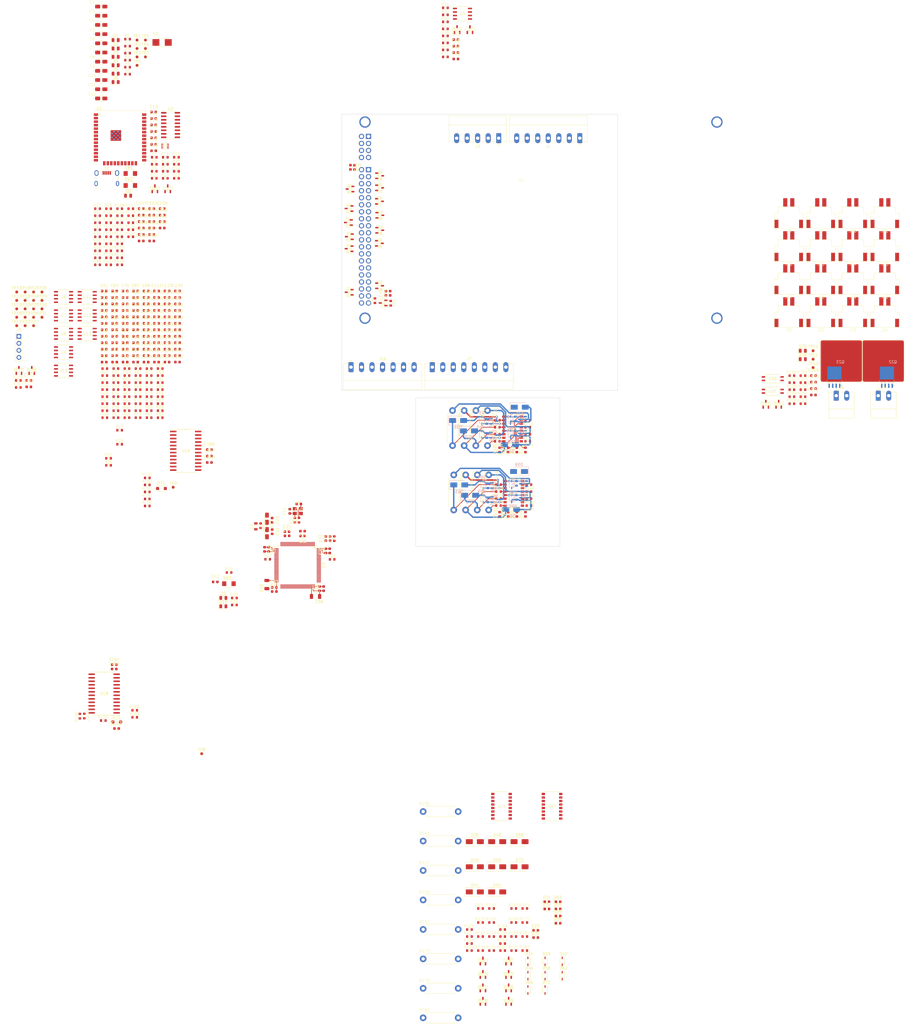
<source format=kicad_pcb>
(kicad_pcb (version 20240108) (generator "pcbnew") (generator_version "8.0")
  (layers (0 "F.Cu" signal) (1 "In1.Cu" power "GND") (2 "In2.Cu" power "PWR") (31 "B.Cu" signal) (34 "B.Paste" user) (35 "F.Paste" user) (36 "B.SilkS" user "B.Silkscreen") (37 "F.SilkS" user "F.Silkscreen") (38 "B.Mask" user) (39 "F.Mask" user) (44 "Edge.Cuts" user))
  (net 0 "")
  (net 1 "+5V")
  (net 2 "GNDA")
  (net 3 "+12V")
  (net 4 "+9V")
  (net 5 "NTC_1+")
  (net 6 "-9V")
  (net 7 "+3V3_D")
  (net 8 "Net-(U2-V3)")
  (net 9 "/ESP32/FLASH")
  (net 10 "/ESP32/EN")
  (net 11 "VDDA")
  (net 12 "VBAT")
  (net 13 "Net-(U3C-VCAP_2)")
  (net 14 "Net-(U3C-VCAP_1)")
  (net 15 "Net-(C40-Pad1)")
  (net 16 "Net-(C41-Pad1)")
  (net 17 "/STM32F407VET6/NRST")
  (net 18 "NTC_9-")
  (net 19 "NTC_1-")
  (net 20 "NTC_5-")
  (net 21 "NTC_13-")
  (net 22 "NTC_BAT9")
  (net 23 "NTC_BAT1")
  (net 24 "NTC_BAT5")
  (net 25 "NTC_BAT13")
  (net 26 "NTC_10-")
  (net 27 "NTC_2-")
  (net 28 "NTC_6-")
  (net 29 "NTC_14-")
  (net 30 "NTC_BAT10")
  (net 31 "NTC_BAT2")
  (net 32 "NTC_BAT6")
  (net 33 "NTC_BAT14")
  (net 34 "NTC_11-")
  (net 35 "NTC_3-")
  (net 36 "NTC_7-")
  (net 37 "NTC_15-")
  (net 38 "NTC_BAT11")
  (net 39 "NTC_BAT3")
  (net 40 "NTC_BAT7")
  (net 41 "NTC_BAT15")
  (net 42 "NTC_12-")
  (net 43 "NTC_4-")
  (net 44 "NTC_8-")
  (net 45 "NTC_16-")
  (net 46 "NTC_BAT12")
  (net 47 "NTC_BAT4")
  (net 48 "NTC_BAT8")
  (net 49 "NTC_BAT16")
  (net 50 "VOL_BAT1")
  (net 51 "VOL_BAT2")
  (net 52 "VOL_BAT3")
  (net 53 "VOL_BAT4")
  (net 54 "VOL_BAT5")
  (net 55 "VOL_BAT6")
  (net 56 "VOL_BAT7")
  (net 57 "VOL_BAT8")
  (net 58 "VOL_BAT9")
  (net 59 "VOL_BAT10")
  (net 60 "VOL_BAT11")
  (net 61 "VOL_BAT12")
  (net 62 "VOL_BAT13")
  (net 63 "VOL_BAT14")
  (net 64 "VOL_BAT15")
  (net 65 "VOL_BAT16")
  (net 66 "ADC1_IN1")
  (net 67 "ADC1_IN2")
  (net 68 "Net-(D1-A)")
  (net 69 "Net-(D2-A)")
  (net 70 "Net-(D3-A)")
  (net 71 "Net-(D4-A)")
  (net 72 "Net-(D5-A)")
  (net 73 "Net-(D6-K)")
  (net 75 "/ESP32/D_P")
  (net 77 "/ESP32/D_N")
  (net 79 "Net-(D8-A)")
  (net 80 "Net-(D9-K)")
  (net 81 "/STM32F407VET6/LED_TEST")
  (net 82 "/STM32F407VET6/LED_STATUS")
  (net 83 "Net-(D10-K)")
  (net 84 "SPI1_CS")
  (net 85 "SPI1_MOSI")
  (net 86 "SPI1_MISO")
  (net 87 "TOUCH_IRQ")
  (net 88 "FSMC_D15")
  (net 89 "SPI1_SCK")
  (net 90 "FSMC_D13")
  (net 91 "FSMC_D11")
  (net 92 "FSMC_D9")
  (net 93 "FSMC_D7")
  (net 94 "FSMC_D5")
  (net 95 "FSMC_D3")
  (net 96 "FSMC_D1")
  (net 97 "FSMC_NWE")
  (net 98 "FSMC_D12")
  (net 99 "FSMC_D14")
  (net 100 "FSMC_D10")
  (net 101 "FSMC_D8")
  (net 102 "FSMC_D6")
  (net 103 "FSMC_D4")
  (net 104 "FSMC_D2")
  (net 105 "FSMC_D0")
  (net 106 "FSMC_RESET")
  (net 107 "FSMC_NOE")
  (net 108 "FSMC_A16")
  (net 109 "FSMC_NE1")
  (net 110 "RS485_A")
  (net 111 "RS485_B")
  (net 112 "Net-(D26-A)")
  (net 113 "Net-(D27-A)")
  (net 114 "Net-(D28-A)")
  (net 115 "Net-(D29-A)")
  (net 116 "Net-(D30-A)")
  (net 117 "Net-(D31-A)")
  (net 118 "Net-(D32-A)")
  (net 119 "Net-(D25-A)")
  (net 120 "Net-(Q5-G)")
  (net 121 "Net-(D36-A)")
  (net 122 "Net-(D35-A)")
  (net 123 "Net-(Q6-G)")
  (net 124 "BAT_BAL_5")
  (net 125 "BAT_BAL_13")
  (net 126 "Net-(Q7-G)")
  (net 127 "Net-(D40-A)")
  (net 128 "Net-(D39-A)")
  (net 129 "Net-(Q8-G)")
  (net 130 "BAT_BAL_4")
  (net 131 "BAT_BAL_12")
  (net 132 "Net-(Q9-G)")
  (net 133 "Net-(D44-A)")
  (net 134 "Net-(Q10-G)")
  (net 135 "Net-(D43-A)")
  (net 136 "BAT_BAL_3")
  (net 137 "BAT_BAL_11")
  (net 138 "Net-(Q11-G)")
  (net 139 "Net-(D48-A)")
  (net 140 "Net-(D49-A)")
  (net 141 "Net-(Q12-G)")
  (net 142 "BAT_BAL_2")
  (net 143 "BAT_BAL_10")
  (net 144 "Net-(D50-A)")
  (net 145 "Net-(D51-A)")
  (net 146 "Net-(D52-A)")
  (net 147 "Net-(D53-A)")
  (net 148 "Net-(D54-A)")
  (net 149 "Net-(D55-A)")
  (net 150 "Net-(D56-A)")
  (net 151 "Net-(D47-A)")
  (net 152 "Net-(D60-A)")
  (net 153 "Net-(Q13-G)")
  (net 154 "Net-(Q14-G)")
  (net 155 "Net-(D59-A)")
  (net 156 "BAT_BAL_9")
  (net 157 "Net-(Q15-G)")
  (net 158 "Net-(D64-A)")
  (net 159 "Net-(Q16-G)")
  (net 160 "Net-(D63-A)")
  (net 161 "BAT_BAL_8")
  (net 162 "BAT_BAL_16")
  (net 163 "Net-(Q17-G)")
  (net 164 "Net-(D68-A)")
  (net 165 "Net-(D67-A)")
  (net 166 "Net-(Q18-G)")
  (net 167 "BAT_BAL_7")
  (net 168 "BAT_BAL_15")
  (net 169 "Net-(Q19-G)")
  (net 170 "Net-(D72-A)")
  (net 171 "Net-(D71-A)")
  (net 172 "Net-(Q20-G)")
  (net 173 "BAT_BAL_6")
  (net 174 "BAT_BAL_14")
  (net 175 "Net-(D76-A)")
  (net 176 "Net-(D75-A)")
  (net 177 "UART3_RX")
  (net 178 "UART3_TX")
  (net 179 "SWDIO")
  (net 180 "SWCLK")
  (net 181 "Net-(J2-VBUS)")
  (net 183 "BAT_BAL_1")
  (net 184 "Net-(L1-Pad2)")
  (net 185 "Net-(Q1-B)")
  (net 186 "/ESP32/RTS")
  (net 187 "Net-(Q2-B)")
  (net 188 "/ESP32/DIR")
  (net 189 "Net-(Q3-B)")
  (net 190 "/DISPLAY/BACKLIGHT")
  (net 191 "Net-(Q4-B)")
  (net 192 "Net-(Q4-C)")
  (net 193 "Net-(Q5-D)")
  (net 194 "Net-(Q6-D)")
  (net 195 "Net-(Q7-D)")
  (net 196 "Net-(Q8-D)")
  (net 197 "Net-(Q9-D)")
  (net 198 "Net-(Q10-D)")
  (net 199 "Net-(Q11-D)")
  (net 200 "Net-(Q12-D)")
  (net 201 "Net-(Q13-D)")
  (net 202 "Net-(Q14-D)")
  (net 203 "Net-(Q15-D)")
  (net 204 "Net-(Q16-D)")
  (net 205 "Net-(Q17-D)")
  (net 206 "Net-(Q18-D)")
  (net 207 "Net-(Q19-D)")
  (net 208 "Net-(Q20-D)")
  (net 209 "Net-(Q21-G)")
  (net 210 "Net-(Q21-D)")
  (net 211 "Net-(Q22-G)")
  (net 212 "Net-(Q22-D)")
  (net 213 "Net-(Q23-G)")
  (net 214 "Net-(Q24-D)")
  (net 215 "Net-(Q24-G)")
  (net 216 "U0_P")
  (net 217 "Net-(U1-TXD0{slash}IO1)")
  (net 218 "Net-(U2-UD+)")
  (net 219 "U0_N")
  (net 220 "Net-(U1-RXD0{slash}IO3)")
  (net 221 "Net-(U2-UD-)")
  (net 222 "Net-(U1-IO16)")
  (net 223 "Net-(U2-~{DTR})")
  (net 224 "Net-(U2-~{RTS})")
  (net 225 "/STM32F407VET6/BOOT0")
  (net 226 "/STM32F407VET6/BOOT1")
  (net 227 "CONTROL_BOOT0")
  (net 228 "ESP_RX")
  (net 229 "UART1_TX")
  (net 230 "CONTROL_BOOT1")
  (net 231 "UART1_RX")
  (net 232 "ESP_TX")
  (net 233 "CONTROL_BACKLIGHT")
  (net 234 "RS485_CONTROL")
  (net 235 "UART6_RX")
  (net 236 "Net-(U5-RO)")
  (net 237 "Net-(U5-DI)")
  (net 238 "UART6_TX")
  (net 239 "/STM32F407VET6/OSC-IN")
  (net 240 "Net-(R42-Pad1)")
  (net 241 "Net-(R44-Pad1)")
  (net 242 "Net-(R46-Pad1)")
  (net 243 "/STM32F407VET6/OSC-OUT")
  (net 244 "Net-(R54-Pad1)")
  (net 245 "Net-(R56-Pad1)")
  (net 246 "Net-(R58-Pad1)")
  (net 247 "Net-(R48-Pad1)")
  (net 248 "Net-(R66-Pad1)")
  (net 249 "Net-(R68-Pad1)")
  (net 250 "Net-(R70-Pad1)")
  (net 251 "Net-(R60-Pad1)")
  (net 252 "Net-(R78-Pad1)")
  (net 253 "Net-(R80-Pad1)")
  (net 254 "Net-(R82-Pad1)")
  (net 255 "BAL_1")
  (net 256 "Net-(R72-Pad1)")
  (net 257 "Net-(R84-Pad1)")
  (net 258 "BAL_2")
  (net 259 "BAL_3")
  (net 260 "Net-(R122-Pad2)")
  (net 261 "BAL_4")
  (net 262 "Net-(R123-Pad2)")
  (net 263 "BAL_9")
  (net 264 "Net-(R124-Pad2)")
  (net 265 "Net-(R125-Pad2)")
  (net 266 "BAL_10")
  (net 267 "Net-(R126-Pad2)")
  (net 268 "BAL_11")
  (net 269 "BAL_12")
  (net 270 "Net-(R127-Pad2)")
  (net 271 "Net-(R128-Pad2)")
  (net 272 "Net-(R129-Pad2)")
  (net 273 "Net-(R130-Pad1)")
  (net 274 "Net-(R131-Pad1)")
  (net 275 "Net-(R136-Pad1)")
  (net 276 "Net-(R137-Pad1)")
  (net 277 "Net-(R142-Pad1)")
  (net 278 "Net-(R143-Pad1)")
  (net 279 "BAL_5")
  (net 280 "Net-(R148-Pad1)")
  (net 281 "BAL_6")
  (net 282 "Net-(R149-Pad1)")
  (net 283 "BAL_7")
  (net 284 "Net-(R154-Pad2)")
  (net 285 "BAL_8")
  (net 286 "Net-(R155-Pad2)")
  (net 287 "BAL_13")
  (net 288 "Net-(R156-Pad2)")
  (net 289 "BAL_14")
  (net 290 "Net-(R157-Pad2)")
  (net 291 "Net-(R158-Pad2)")
  (net 292 "BAL_15")
  (net 293 "Net-(R159-Pad2)")
  (net 294 "BAL_16")
  (net 295 "Net-(R160-Pad2)")
  (net 296 "Net-(R161-Pad2)")
  (net 297 "Net-(R162-Pad1)")
  (net 298 "Net-(R163-Pad1)")
  (net 299 "Net-(R168-Pad1)")
  (net 300 "Net-(R169-Pad1)")
  (net 301 "Net-(R174-Pad1)")
  (net 302 "Net-(R175-Pad1)")
  (net 303 "ADC1_IN1_S0")
  (net 304 "Net-(U18-S0)")
  (net 305 "Net-(U18-S1)")
  (net 306 "ADC1_IN1_S1")
  (net 307 "ADC1_IN1_S2")
  (net 308 "Net-(U18-S2)")
  (net 309 "Net-(U18-S3)")
  (net 310 "ADC1_IN1_S3")
  (net 311 "Net-(U18-E_N)")
  (net 312 "ADC1_IN2_S0")
  (net 313 "Net-(U19-S0)")
  (net 314 "ADC1_IN2_S1")
  (net 315 "Net-(U19-S1)")
  (net 316 "Net-(U19-S2)")
  (net 317 "ADC1_IN2_S2")
  (net 318 "ADC1_IN2_S3")
  (net 319 "Net-(U19-S3)")
  (net 320 "Net-(U19-E_N)")
  (net 321 "CHARGE")
  (net 322 "Net-(U20-A)")
  (net 323 "Net-(U20-E)")
  (net 324 "Net-(U21-E)")
  (net 325 "DISCHARGE")
  (net 326 "Net-(U21-A)")
  (net 389 "V_CHARGER_P")
  (net 390 "Net-(R180-Pad1)")
  (net 391 "Net-(R181-Pad1)")
  (footprint "charge_battery_footprint_lib:Res_0603" (layer "F.Cu") (at 216.9669 377.6172)
    (property "Reference" "R175")
    (property "Value" "1K/1%/1_10W" (hide yes))
  )
  (footprint "charge_battery_footprint_lib:Ceramic_Cap_0603" (layer "F.Cu") (at 73.5195 174.5539)
    (property "Reference" "C84")
    (property "Value" "10uF/16V")
  )
  (footprint "charge_battery_footprint_lib:Res_0603" (layer "F.Cu") (at 70.1837 126.8507)
    (property "Reference" "R109")
    (property "Value" "10K/1%/1_10W" (hide yes))
  )
  (footprint "TestPoint:TestPoint_Pad_D1.0mm" (layer "F.Cu") (at 322.7686 181.2293)
    (property "Reference" "TP12")
    (property "Value" "TestPoint_Small")
  )
  (footprint "charge_battery_footprint_lib:Res_Hole_1W" (layer "F.Cu") (at 180.0589 365.2636)
    (property "Reference" "R147")
    (property "Value" "100/1W/1%" (hide yes))
  )
  (footprint "charge_battery_footprint_lib:Res_0603" (layer "F.Cu") (at 210.146799 230.5812 180)
    (property "Reference" "R180")
    (property "Value" "1K/1%/1_10W" (hide yes))
  )
  (footprint "charge_battery_footprint_lib:Res_0603" (layer "F.Cu") (at 209.7146 199.659199 180)
    (property "Reference" "R130")
    (property "Value" "1K/1%/1_10W" (hide yes))
  )
  (footprint "charge_battery_footprint_lib:LED_0805" (layer "F.Cu") (at 109.093 267.6318)
    (property "Reference" "D10")
    (property "Value" "LED_0805")
  )
  (footprint "charge_battery_footprint_lib:Res_0603" (layer "F.Cu") (at 200.9125 377.6172)
    (property "Reference" "R131")
    (property "Value" "1K/1%/1_10W" (hide yes))
  )
  (footprint "charge_battery_footprint_lib:Res_0603" (layer "F.Cu") (at 137.1074 237.807 90)
    (property "Reference" "R23")
    (property "Value" "0/1%/1_10W" (hide yes))
  )
  (footprint "charge_battery_footprint_lib:Ceramic_Cap_0603" (layer "F.Cu") (at 127.567 260.786)
    (property "Reference" "C32")
    (property "Value" "100nF/16V")
  )
  (footprint "charge_battery_footprint_lib:Res_0603" (layer "F.Cu") (at 220.7382 204.739199 180)
    (property "Reference" "R123")
    (property "Value" "220/1%/1_10W" (hide yes))
  )
  (footprint "charge_battery_footprint_lib:Ceramic_Cap_0603" (layer "F.Cu") (at 143.967 261.2308 90)
    (property "Reference" "C31")
    (property "Value" "100nF/16V")
  )
  (footprint "charge_battery_footprint_lib:LED_0603" (layer "F.Cu") (at 222.2045 387.5518)
    (property "Reference" "D30")
    (property "Value" "LED_0603" (hide yes))
  )
  (footprint "TestPoint:TestPoint_Pad_D1.0mm" (layer "F.Cu") (at 37.2815 166.0565)
    (property "Reference" "TP22")
    (property "Value" "TestPoint_Small")
  )
  (footprint "charge_battery_footprint_lib:Res_0603" (layer "F.Cu") (at 76.8273 197.4287)
    (property "Reference" "R72")
    (property "Value" "15K/1%/1_10W" (hide yes))
  )
  (footprint "charge_battery_footprint_lib:Ceramic_Cap_0603" (layer "F.Cu") (at 81.1059 165.1971)
    (property "Reference" "C104")
    (property "Value" "100nF/16V")
  )
  (footprint "charge_battery_footprint_lib:Res_0603" (layer "F.Cu") (at 196.8989 390.3152)
    (property "Reference" "R128")
    (property "Value" "220/1%/1_10W" (hide yes))
  )
  (footprint "charge_battery_footprint_lib:Res_Hole_1W" (layer "F.Cu") (at 180.0589 375.9288)
    (property "Reference" "R153")
    (property "Value" "100/1W/1%" (hide yes))
  )
  (footprint "charge_battery_footprint_lib:Res_0603" (layer "F.Cu") (at 212.9533 392.8548)
    (property "Reference" "R171")
    (property "Value" "10K/1%/1_10W" (hide yes))
  )
  (footprint "charge_battery_footprint_lib:Res_0603" (layer "F.Cu") (at 84.8545 197.4287)
    (property "Reference" "R88")
    (property "Value" "24K/5%/1_10W" (hide yes))
  )
  (footprint "charge_battery_footprint_lib:Tan_Cap_A" (layer "F.Cu") (at 125.9036 238.2224 90)
    (property "Reference" "C25")
    (property "Value" "10uF/16V")
  )
  (footprint "charge_battery_footprint_lib:Ceramic_Cap_0603" (layer "F.Cu") (at 92.4855 172.2147)
    (property "Reference" "C143")
    (property "Value" "100nF/16V")
  )
  (footprint "charge_battery_footprint_lib:Res_0603" (layer "F.Cu") (at 62.1565 124.3111)
    (property "Reference" "R90")
    (property "Value" "1K/1%/1_10W" (hide yes))
  )
  (footprint "charge_battery_footprint_lib:Res_0603" (layer "F.Cu") (at 196.8989 392.8548)
    (property "Reference" "R129")
    (property "Value" "220/1%/1_10W" (hide yes))
  )
  (footprint "charge_battery_footprint_lib:Res_0603" (layer "F.Cu") (at 62.1565 142.0883)
    (property "Reference" "R97")
    (property "Value" "10K/1%/1_10W" (hide yes))
  )
  (footprint "charge_battery_footprint_lib:Ceramic_Cap_0603" (layer "F.Cu") (at 69.5836 288.7726)
    (property "Reference" "C164")
    (property "Value" "10uF/16V")
  )
  (footprint "charge_battery_footprint_lib:Res_0603" (layer "F.Cu") (at 72.8137 182.1911)
    (property "Reference" "R58")
    (property "Value" "15K/1%/1_10W" (hide yes))
  )
  (footprint "charge_battery_footprint_lib:Res_Hole_1W" (layer "F.Cu") (at 198.5611 195.339299 -90)
    (property "Reference" "R146")
    (property "Value" "100/1W/1%" (hide yes))
  )
  (footprint "charge_battery_footprint_lib:Res_0603" (layer "F.Cu") (at 76.8273 194.8891)
    (property "Reference" "R71")
    (property "Value" "1K2/1%/1_10W" (hide yes))
  )
  (footprint "charge_battery_footprint_lib:SOIC_TA-VG" (layer "F.Cu") (at 308.1443 185.2323)
    (property "Reference" "U20")
    (property "Value" "EL3H7" (hide yes))
  )
  (footprint "charge_battery_footprint_lib:Ceramic_Cap_0603" (layer "F.Cu") (at 81.1059 155.8403)
    (property "Reference" "C100")
    (property "Value" "10uF/16V")
  )
  (footprint "charge_battery_footprint_lib:Ceramic_Cap_0603" (layer "F.Cu") (at 193.3444 67.1727)
    (property "Reference" "C49")
    (property "Value" "10uF/16V")
  )
  (footprint "charge_battery_footprint_lib:Ceramic_Cap_0603" (layer "F.Cu") (at 69.7263 174.5539)
    (property "Reference" "C72")
    (property "Value" "10nF/50V")
  )
  (footprint "charge_battery_footprint_lib:Res_0603" (layer "F.Cu") (at 212.9533 387.7756)
    (property "Reference" "R169")
    (property "Value" "1K/1%/1_10W" (hide yes))
  )
  (footprint "charge_battery_footprint_lib:Res_0603" (layer "F.Cu") (at 74.1973 126.8507)
    (property "Reference" "R118")
    (property "Value" "130K/1%/1_10W" (hide yes))
  )
  (footprint "charge_battery_footprint_lib:Res_0603" (layer "F.Cu") (at 80.8409 197.4287)
    (property "Reference" "R80")
    (property "Value" "15K/1%/1_10W" (hide yes))
  )
  (footprint "charge_battery_footprint_lib:Ceramic_Cap_0603" (layer "F.Cu") (at 106.173 258.7978)
    (property "Reference" "C42")
    (property "Value" "100nF/16V")
  )
  (footprint "charge_battery_footprint_lib:Res_0603" (layer "F.Cu") (at 70.1837 129.3903)
    (property "Reference" "R110")
    (property "Value" "120K/1%/1_10W" (hide yes))
  )
  (footprint "charge_battery_footprint_lib:Ceramic_Cap_0603" (layer "F.Cu") (at 83.8531 93.3795)
    (property "Reference" "C15")
    (property "Value" "100nF/16V")
  )
  (footprint "charge_battery_footprint_lib:Res_0603" (layer "F.Cu") (at 76.8273 187.2703)
    (property "Reference" "R68")
    (property "Value" "15K/1%/1_10W" (hide yes))
  )
  (footprint "charge_battery_footprint_lib:Ceramic_Cap_0603" (layer "F.Cu") (at 77.3127 162.8579)
    (property "Reference" "C91")
    (property "Value" "10uF/16V")
  )
  (footprint "charge_battery_footprint_lib:LED_0603" (layer "F.Cu") (at 212.324133 234.3845 90)
    (property "Reference" "D51")
    (property "Value" "LED_0603" (hide yes))
  )
  (footprint "charge_battery_footprint_lib:XH_2.54mm_2_SMD" (layer "F.Cu") (at 313.9568 158.8598)
    (property "Reference" "J21")
    (property "Value" "NTC_CONN" (hide yes))
  )
  (footprint "charge_battery_footprint_lib:Ceramic_Cap_0603" (layer "F.Cu") (at 92.4855 158.1795)
    (property "Reference" "C137")
    (property "Value" "100nF/16V")
  )
  (footprint "charge_battery_footprint_lib:Ceramic_Cap_0603" (layer "F.Cu") (at 124.0282 247.0058 -90)
    (property "Reference" "C20")
    (property "Value" "4.7uF/25V")
  )
  (footprint "charge_battery_footprint_lib:Res_0603" (layer "F.Cu") (at 80.8409 194.8891)
    (property "Reference" "R79")
    (property "Value" "1K2/1%/1_10W" (hide yes))
  )
  (footprint "charge_battery_footprint_lib:Res_0603" (layer "F.Cu") (at 66.1701 124.3111)
    (property "Reference" "R99")
    (property "Value" "10K/1%/1_10W" (hide yes))
  )
  (footprint "charge_battery_footprint_lib:SOIC-8" (layer "F.Cu") (at 195.7324 53.1368)
    (property "Reference" "U5")
    (property "Value" "MAX485CSA")
  )
  (footprint "charge_battery_footprint_lib:Res_0603" (layer "F.Cu") (at 72.8137 199.9683)
    (property "Reference" "R65")
    (property "Value" "24K/5%/1_10W" (hide yes))
  )
  (footprint "charge_battery_footprint_lib:Res_0603" (layer "F.Cu") (at 209.7146 202.199199 180)
    (property "Reference" "R136")
    (property "Value" "1K/1%/1_10W" (hide yes))
  )
  (footprint "charge_battery_footprint_lib:Ceramic_Cap_0603" (layer "F.Cu") (at 77.3127 158.1795)
    (property "Reference" "C89")
    (property "Value" "100nF/16V")
  )
  (footprint "Connector_USB:USB_Micro-B_Wuerth_629105150521" (layer "F.Cu") (at 66.8715 112.6465)
    (property "Reference" "J2")
    (property "Value" "USB_B_Micro")
  )
  (footprint "charge_battery_footprint_lib:Res_0603" (layer "F.Cu") (at 72.8137 189.8099)
    (property "Reference" "R61")
    (property "Value" "1K2/1%/1_10W" (hide yes))
  )
  (footprint "charge_battery_footprint_lib:LED_0603" (layer "F.Cu") (at 230.3045 382.3718)
    (property "Reference" "D56")
    (property "Value" "LED_0603" (hide yes))
  )
  (footprint "charge_battery_footprint_lib:Res_0603" (layer "F.Cu") (at 188.1878 61.7527)
    (property "Reference" "R38")
    (property "Value" "20R/1%/1_10W" (hide yes))
  )
  (footprint "charge_battery_footprint_lib:Res_0603" (layer "F.Cu") (at 209.7146 207.279199 180)
    (property "Reference" "R148")
    (property "Value" "1K/1%/1_10W" (hide yes))
  )
  (footprint "charge_battery_footprint_lib:Res_0603" (layer "F.Cu") (at 73.0365 68.0103)
    (property "Reference" "R3")
    (property "Value" "1K/1%/1_10W" (hide yes))
  )
  (footprint "charge_battery_footprint_lib:Res_0603" (layer "F.Cu") (at 64.7865 184.7307)
    (property "Reference" "R43")
    (property "Value" "1K2/1%/1_10W" (hide yes))
  )
  (footprint "charge_battery_footprint_lib:LED_0603" (layer "F.Cu") (at 215.448667 211.085399 90)
    (property "Reference" "D26")
    (property "Value" "LED_0603" (hide yes))
  )
  (footprint "charge_battery_footprint_lib:Res_0603" (layer "F.Cu") (at 221.170399 230.5812 180)
    (property "Reference" "R154")
    (property "Value" "220/1%/1_10W" (hide yes))
  )
  (footprint "charge_battery_footprint_lib:Res_0603" (layer "F.Cu") (at 204.9261 377.6172)
    (property "Reference" "R143")
    (property "Value" "1K/1%/1_10W" (hide yes))
  )
  (footprint "charge_battery_footprint_lib:Ceramic_Cap_0603" (layer "F.Cu") (at 147.7772 243.1034 90)
    (property "Reference" "C36")
    (property "Value" "1uF /50V")
  )
  (footprint "charge_battery_footprint_lib:Res_0603" (layer "F.Cu") (at 200.9125 392.8548)
    (property "Reference" "R139")
    (property "Value" "10K/1%/1_10W" (hide yes))
  )
  (footprint "charge_battery_footprint_lib:Res_0603" (layer "F.Cu") (at 84.8545 182.1911)
    (property "Reference" "R82")
    (property "Value" "15K/1%/1_10W" (hide yes))
  )
  (footprint "charge_battery_footprint_lib:Res_0603" (layer "F.Cu") (at 80.1801 229.3699)
    (property "Reference" "R194")
    (property "Value" "20R/1%/1_10W" (hide yes))
  )
  (footprint "charge_battery_footprint_lib:SOIC-8" (layer "F.Cu") (at 51.1911 182.3204)
    (property "Reference" "U10")
    (property "Value" "NE5532DR")
  )
  (footprint "charge_battery_footprint_lib:STM32F407VET6" (layer "F.Cu") (at 136.017 252.7808 -90)
    (property "Reference" "U3")
    (property "Value" "STM32F407VET6")
  )
  (footprint "charge_battery_footprint_lib:Ceramic_Cap_0603" (layer "F.Cu") (at 88.6923 167.5363)
    (property "Reference" "C129")
    (property "Value" "10nF/50V")
  )
  (footprint "charge_battery_footprint_lib:LED_0603" (layer "F.Cu") (at 215.448666 234.3845 90)
    (property "Reference" "D50")
    (property "Value" "LED_0603" (hide yes))
  )
  (footprint "charge_battery_footprint_lib:Res_0603" (layer "F.Cu") (at 210.146799 225.5012 180)
    (property "Reference" "R168")
    (property "Value" "1K/1%/1_10W" (hide yes))
  )
  (footprint "charge_battery_footprint_lib:LED_0805" (layer "F.Cu") (at 70.0815 62.6615)
    (property "Reference" "D1")
    (property "Value" "LED_0805")
  )
  (footprint "charge_battery_footprint_lib:Diode_Zener_BZT52H" (layer "F.Cu") (at 70.4913 309.509)
    (property "Reference" "D73")
    (property "Value" "BZT52H-C3V3")
  )
  (footprint "charge_battery_footprint_lib:Res_0603" (layer "F.Cu") (at 73.0365 65.4707)
    (property "Reference" "R2")
    (property "Value" "1K/1%/1_10W" (hide yes))
  )
  (footprint "charge_battery_footprint_lib:Ceramic_Cap_0603" (layer "F.Cu") (at 136.4298 230.593 180)
    (property "Reference" "C40")
    (property "Value" "20pF/50V")
  )
  (footprint "charge_battery_footprint_lib:Ceramic_Cap_0603" (layer "F.Cu") (at 69.7263 162.8579)
    (property "Reference" "C67")
    (property "Value" "100nF/16V")
  )
  (footprint "charge_battery_footprint_lib:Res_0603" (layer "F.Cu") (at 86.7201 110.7703)
    (property "Reference" "R13")
    (property "Value" "20R/1%/1_10W" (hide yes))
  )
  (footprint "charge_battery_footprint_lib:Res_0603" (layer "F.Cu") (at 70.1837 137.0091)
    (property "Reference" "R113")
    (property "Value" "10K/1%/1_10W" (hide yes))
  )
  (footprint "charge_battery_footprint_lib:LED_0805" (layer "F.Cu") (at 74.5915 119.0015)
    (property "Reference" "D8")
    (property "Value" "LED_0805")
  )
  (footprint "charge_battery_footprint_lib:Tan_Cap_A" (layer "F.Cu") (at 62.5565 61.5115)
    (property "Reference" "C5")
    (property "Value" "10uF/16V")
  )
  (footprint "TestPoint:TestPoint_Pad_D1.0mm" (layer "F.Cu") (at 40.3315 166.0565)
    (property "Reference" "TP27")
    (property "Value" "TestPoint_Small")
  )
  (footprint "charge_battery_footprint_lib:Res_0603" (layer "F.Cu") (at 73.0365 75.6291)
    (property "Reference" "R6")
    (property "Value" "1K/1%/1_10W" (hide yes))
  )
  (footprint "charge_battery_footprint_lib:Tan_Cap_A" (layer "F.Cu") (at 62.5565 78.1365)
    (property "Reference" "C10")
    (property "Value" "10uF/16V")
  )
  (footprint "charge_battery_footprint_lib:Ceramic_Cap_0603" (layer "F.Cu") (at 92.4855 162.8579)
    (property "Reference" "C139")
    (property "Value" "10uF/16V")
  )
  (footprint "charge_battery_footprint_lib:Ceramic_Cap_0603" (layer "F.Cu") (at 65.9331 160.5187)
    (property "Reference" "C54")
    (property "Value" "10uF/16V")
  )
  (footprint "TestPoint:TestPoint_Pad_D1.0mm" (layer "F.Cu") (at 80.8715 62.6665)
    (property "Reference" "TP5")
    (property "Value" "TestPoint_Small")
  )
  (footprint "charge_battery_footprint_lib:Res_0603" (layer "F.Cu") (at 68.8001 189.8099)
    (property "Reference" "R53")
    (property "Value" "24K/5%/1_10W" (hide yes))
  )
  (footprint "charge_battery_footprint_lib:Res_0603" (layer "F.Cu") (at 204.9261 387.7756)
    (property "Reference" "R149")
    (property "Value" "1K/1%/1_10W" (hide yes))
  )
  (footprint "charge_battery_footprint_lib:Res_0603" (layer "F.Cu") (at 90.7337 110.7703)
    (property "Reference" "R17")
    (property "Value" "10K/1%/1_10W" (hide yes))
  )
  (footprint "charge_battery_footprint_lib:Tan_Cap_A" (layer "F.Cu") (at 62.5565 64.8365)
    (property "Reference" "C6")
    (property "Value" "10uF/16V")
  )
  (footprint "charge_battery_footprint_lib:Res_0603" (layer "F.Cu") (at 188.1878 51.5943)
    (property "Reference" "R34")
    (property "Value" "10K/1%/1_10W" (hide yes))
  )
  (footprint "charge_battery_footprint_lib:Heat sink 14x14" (layer "F.Cu") (at 332.994 178.8414 -90)
    (property "Reference" "REF**" (hide yes))
    (property "Value" "Heat sink 14x14" (hide yes))
  )
  (footprint "TestPoint:TestPoint_Pad_D1.0mm" (layer "F.Cu") (at 34.2315 163.0065)
    (property "Reference" "TP16")
    (property "Value" "TestPoint_Small")
  )
  (footprint "charge_battery_footprint_lib:SOD-323_PTD" (layer "F.Cu") (at 219.4412 396.13)
    (property "Reference" "D34")
    (property "Value" "PSD12-LF-T7")
  )
  (footprint "charge_battery_footprint_lib:Res_0603" (layer "F.Cu") (at 68.8001 194.8891)
    (property "Reference" "R55")
    (property "Value" "1K2/1%/1_10W" (hide yes))
  )
  (footprint "charge_battery_footprint_lib:Ceramic_Cap_0603" (layer "F.Cu") (at 88.6923 172.2147)
    (property "Reference" "C131")
    (property "Value" "10uF/16V")
  )
  (footprint "charge_battery_footprint_lib:Res_0603" (layer "F.Cu") (at 86.7201 108.2307)
    (property "Reference" "R12")
    (property "Value" "10K/1%/1_10W" (hide yes))
  )
  (footprint "charge_battery_footprint_lib:Ceramic_Cap_0603" (layer "F.Cu") (at 104.0431 215.5771)
    (property "Reference" "C168")
    (property "Value" "100nF/16V")
  )
  (footprint "charge_battery_footprint_lib:Res_0603" (layer "F.Cu") (at 147.1554 251.2432)
    (property "Reference" "R21")
    (property "Value" "10K/1%/1_10W" (hide yes))
  )
  (footprint "charge_battery_footprint_lib:Res_0603" (layer "F.Cu") (at 216.9669 382.6964)
    (property "Reference" "R177")
    (property "Value" "10K/1%/1_10W" (hide yes))
  )
  (footprint "charge_battery_footprint_lib:Res_0603" (layer "F.Cu") (at 64.7865 192.3495)
    (property "Reference" "R46")
    (property "Value" "15K/1%/1_10W" (hide yes))
  )
  (footprint "charge_battery_footprint_lib:Res_Hole_1W" (layer "F.Cu") (at 180.0589 354.5984)
    (property "Reference" "R141")
    (property "Value" "100/1W/1%" (hide yes))
  )
  (footprint "charge_battery_footprint_lib:SOT23" (layer "F.Cu") (at 203.1353 405.75)
    (property "Reference" "Q14")
    (property "Value" "AO3400A" (hide yes))
  )
  (footprint "charge_battery_footprint_lib:Tan_Cap_C" (layer "F.Cu") (at 86.9049 63.5211)
    (property "Reference" "C2")
    (property "Value" "10uF/35V")
  )
  (footprint "charge_battery_footprint_lib:Res_0603" (layer "F.Cu") (at 76.8273 189.8099)
    (property "Reference" "R69")
    (property "Value" "1K2/1%/1_10W" (hide yes))
  )
  (footprint "charge_battery_footprint_lib:Ceramic_Cap_0603" (layer "F.Cu") (at 169.545 154.3054 90)
    (property "Reference" "C46")
    (property "Value" "100nF/16V")
  )
  (footprint "charge_battery_footprint_lib:Res_Hole_1W" (layer "F.Cu") (at 202.7926 195.339299 -90)
    (property "Reference" "R152")
    (property "Value" "100/1W/1%" (hide yes))
  )
  (footprint "charge_battery_footprint_lib:Ceramic_Cap_0603" (layer "F.Cu") (at 83.1463 128.3695)
    (property "Reference" "C155")
    (property "Value" "10nF/50V")
  )
  (footprint "charge_battery_footprint_lib:Res_0603" (layer "F.Cu") (at 70.1837 131.9299)
    (property "Reference" "R111")
    (property "Value" "10K/1%/1_10W" (hide yes))
  )
  (footprint "Connector_Phoenix_MC:PhoenixContact_MC_1,5_5-G-3.81_1x05_P3.81mm_Horizontal" (layer "F.Cu") (at 208.8642 98.171 180)
    (property "Reference" "J3")
    (property "Value" "SIGNAL_CONN")
  )
  (footprint "charge_battery_footprint_lib:Res_0603" (layer "F.Cu") (at 64.7865 199.9683)
    (property "Reference" "R49")
    (property "Value" "1K2/1%/1_10W" (hide yes))
  )
  (footprint "charge_battery_footprint_lib:SOIC-8" (layer "F.Cu") (at 51.1911 162.3278)
    (property "Reference" "U7")
    (property "Value" "NE5532DR")
  )
  (footprint "charge_battery_footprint_lib:SOD-323_PTD" (layer "F.Cu") (at 219.4412 406.5056)
    (property "Reference" "D66")
    (property "Value" "PSD12-LF-T7")
  )
  (footprint "charge_battery_footprint_lib:Ceramic_Cap_0603" (layer "F.Cu") (at 132.1562 240.6396)
    (property "Reference" "C24")
    (property "Value" "100nF/16V")
  )
  (footprint "charge_battery_footprint_lib:Ceramic_Cap_0603" (layer "F.Cu") (at 88.6923 169.8755)
    (property "Reference" "C130")
    (property "Value" "10nF/50V")
  )
  (footprint "charge_battery_footprint_lib:SOIC-8" (layer "F.Cu") (at 59.7603 162.3278)
    (property "Reference" "U12")
    (property "Value" "NE5532DR")
  )
  (footprint "charge_battery_footprint_lib:Ceramic_Cap_0603" (layer "F.Cu") (at 65.9331 179.2323)
    (property "Reference" "C62")
    (property "Value" "10uF/16V")
  )
  (footprint "charge_battery_footprint_lib:Res_0603" (layer "F.Cu") (at 86.7201 113.3099)
    (property "Reference" "R14")
    (property "Value" "20R/1%/1_10W" (hide yes))
  )
  (footprint "charge_battery_footprint_lib:Res_0603" (layer "F.Cu") (at 164.6292 158.3562 90)
    (property "Reference" "R33")
    (property "Value" "10K/1%/1_10W" (hide yes))
  )
  (footprint "charge_battery_footprint_lib:Res_0603" (layer "F.Cu") (at 90.7337 113.3099)
    (property "Reference" "R18")
    (property "Value" "10K/1%/1_10W" (hide yes))
  )
  (footprint "charge_battery_footprint_lib:Ceramic_Cap_0603" (layer "F.Cu") (at 69.5576 290.322)
    (property "Reference" "C165")
    (property "Value" "100nF/16V")
  )
  (footprint "charge_battery_footprint_lib:Res_0603" (layer "F.Cu") (at 68.8001 199.9683)
    (property "Reference" "R57")
    (property "Value" "1K2/1%/1_10W" (hide yes))
  )
  (footprint "charge_battery_footprint_lib:LED_0603" (layer "F.Cu") (at 226.2545 377.1918)
    (property "Reference" "D32")
    (property "Value" "LED_0603" (hide yes))
  )
  (footprint "charge_battery_footprint_lib:Ceramic_Cap_0603" (layer "F.Cu") (at 83.1463 123.6911)
    (property "Reference" "C153")
    (property "Value" "10nF/50V")
  )
  (footprint "charge_battery_footprint_lib:Ceramic_Cap_0603" (layer "F.Cu") (at 65.9331 172.2147)
    (property "Reference" "C59")
    (property "Value" "10uF/16V")
  )
  (footprint "charge_battery_footprint_lib:SOD-323_PTD" (layer "F.Cu") (at 225.6576 406.5056)
    (property "Reference" "D70")
    (property "Value" "PSD12-LF-T7")
  )
  (footprint "charge_battery_footprint_lib:SOIC-8" (layer "F.Cu") (at 51.1911 168.992)
    (property "Reference" "U8")
    (property "Value" "NE5532DR")
  )
  (footprint "charge_battery_footprint_lib:Res_0603" (layer "F.Cu") (at 317.7372 187.2835)
    (property "Reference" "R202")
    (property "Value" "10K/1%/1_10W" (hide yes))
  )
  (footprint "charge_battery_footprint_lib:Res_0603" (layer "F.Cu") (at 62.1565 131.9299)
    (property "Reference" "R93")
    (property "Value" "10K/1%/1_10W" (hide yes))
  )
  (footprint "charge_battery_footprint_lib:SOT23" (layer "F.Cu") (at 165.7096 116.1546 -90)
    (property "Reference" "D22")
    (property "Value" "PESD2USB3UXT-QR" (hide yes))
  )
  (footprint "charge_battery_footprint_lib:Res_Hole_1W" (layer "F.Cu") (at 190.1283 195.339299 -90)
    (property "Reference" "R134")
    (property "Value" "100/1W/1%" (hide yes))
  )
  (footprint "charge_battery_footprint_lib:Ceramic_Cap_0603" (layer "F.Cu") (at 83.1463 135.3871)
    (property "Reference" "C158")
    (property "Value" "10nF/50V")
  )
  (footprint "charge_battery_footprint_lib:Res_0603" (layer "F.Cu") (at 80.8409 189.8099)
    (property "Reference" "R77")
    (property "Value" "24K/5%/1_10W" (hide yes))
  )
  (footprint "charge_battery_footprint_lib:Ceramic_Cap_0603" (layer "F.Cu") (at 84.8991 179.2323)
    (property "Reference" "C122")
    (property "Value" "10nF/50V")
  )
  (footprint "charge_battery_footprint_lib:Res_0603" (layer "F.Cu") (at 72.8137 184.7307)
    (property "Reference" "R59")
    (property "Value" "1K2/1%/1_10W" (hide yes))
  )
  (footprint "charge_battery_footprint_lib:Ceramic_Cap_0603" (layer "F.Cu") (at 125.5136 247.0058 -90)
    (property "Reference" "C21")
    (property "Value" "100nF/16V")
  )
  (footprint "charge_battery_footprint_lib:LED_0805" (layer "F.Cu") (at 70.0815 77.8615)
    (property "Reference" "D6")
    (property "Value" "LED_0805")
  )
  (footprint "charge_battery_footprint_lib:Ceramic_Cap_0603" (layer "F.Cu") (at 84.8991 174.5539)
    (property "Reference" "C120")
    (property "Value" "10nF/50V")
  )
  (footprint "charge_battery_footprint_lib:Ceramic_Cap_0603" (layer "F.Cu") (at 126.7691 236.4622 -90)
    (property "Reference" "C29")
    (property "Value" "100nF/16V")
  )
  (footprint "TestPoint:TestPoint_Pad_D1.0mm" (layer "F.Cu") (at 101.2444 320.9798)
    (property "Reference" "TP8")
    (property "Value" "TestPoint_Small")
  )
  (footprint "charge_battery_footprint_lib:SOT23" (layer "F.Cu") (at 203.1353 400.8892)
    (property "Reference" "Q10")
    (property "Value" "AO3400A" (hide yes))
  )
  (footprint "charge_battery_footprint_lib:Res_0603" (layer "F.Cu") (at 70.1601 209.5803)
    (property "Reference" "R28")
    (property "Value" "20R/1%/1_10W" (hide yes))
  )
  (footprint "charge_battery_footprint_lib:Ceramic_Cap_0603" (layer "F.Cu") (at 88.6923 162.8579)
    (property "Reference" "C127")
    (property "Value" "10nF/50V")
  )
  (footprint "charge_battery_footprint_lib:Res_0603" (layer "F.Cu") (at 313.7236 187.2835)
    (property "Reference" "R197")
    (property "Value" "1K/1%/1_10W" (hide yes))
  )
  (footprint "charge_battery_footprint_lib:SOD-323_PTD" (layer "F.Cu") (at 225.6576 401.3178)
    (property "Reference" "D58")
    (property "Value" "PSD12-LF-T7")
  )
  (footprint "charge_battery_footprint_lib:Ceramic_Cap_0603" (layer "F.Cu") (at 88.6923 160.5187)
    (property "Reference" "C126")
    (property "Value" "100nF/16V")
  )
  (footprint "charge_battery_footprint_lib:Res_0603" (layer "F.Cu") (at 68.8001 187.2703)
    (property "Reference" "R52")
    (property "Value" "24K/5%/1_10W" (hide yes))
  )
  (footprint "charge_battery_footprint_lib:SOT-363" (layer "F.Cu") (at 87.9864 101.0358)
    (property "Reference" "D7")
    (property "Value" "SMF05C")
  )
  (footprint "charge_battery_footprint_lib:Ceramic_Cap_0603" (layer "F.Cu") (at 92.4855 155.8403)
    (property "Reference" "C136")
    (property "Value" "100nF/16V")
  )
  (footprint "charge_battery_footprint_lib:Res_0603" (layer "F.Cu") (at 220.7382 199.659199 180)
    (property "Reference" "R125")
    (property "Value" "220/1%/1_10W" (hide yes))
  )
  (footprint "charge_battery_footprint_lib:Res_0603" (layer "F.Cu") (at 72.8137 192.3495)
    (property "Reference" "R62")
    (property "Value" "24K/5%/1_10W" (hide yes))
  )
  (footprint "charge_battery_footprint_lib:SOIC-8" (layer "F.Cu") (at 59.7603 155.6636)
    (property "Reference" "U11")
    (property "Value" "NE5532DR")
  )
  (footprint "charge_battery_footprint_lib:Ceramic_Cap_0603" (layer "F.Cu") (at 84.8991 176.8931)
    (property "Reference" "C121")
    (property "Value" "10nF/50V")
  )
  (footprint "charge_battery_footprint_lib:SOIC-16" (layer "F.Cu") (at 228.1886 340.0044)
    (property "Reference" "U17")
    (property "Value" "TLP291-4")
  )
  (footprint "charge_battery_footprint_lib:Res_0603" (layer "F.Cu") (at 109.809 256.0078)
    (property "Reference" "R29")
    (property "Value" "10K/1%/1_10W" (hide yes))
  )
  (footprint "charge_battery_footprint_lib:Tan_Cap_A" (layer "F.Cu") (at 62.5565 71.4865)
    (property "Reference" "C8")
    (property "Value" "1uF/16V")
  )
  (footprint "charge_battery_footprint_lib:Ceramic_Cap_0603" (layer "F.Cu") (at 77.3127 167.5363)
    (property "Reference" "C93")
    (property "Value" "10uF/16V")
  )
  (footprint "charge_battery_footprint_lib:XH_2.54mm_2_SMD" (layer "F.Cu") (at 313.9568 146.9098)
    (property "Reference" "J17")
    (property "Value" "NTC_CONN" (hide yes))
  )
  (footprint "charge_battery_footprint_lib:Res_0603" (layer "F.Cu") (at 317.7372 189.8231)
    (property "Reference" "R203")
    (property "Value" "10K/1%/1_10W" (hide yes))
  )
  (footprint "TestPoint:TestPoint_Pad_D1.0mm" (layer "F.Cu") (at 43.3815 163.0065)
    (property "Reference" "TP31")
    (property "Value" "TestPoint_Small")
  )
  (footprint "charge_battery_footprint_lib:Res_Hole_1W" (layer "F.Cu") (at 203.224799 218.6432 -90)
    (property "Reference" "R184")
    (property "Value" "100/1W/1%" (hide yes))
  )
  (footprint "charge_battery_footprint_lib:Ceramic_Cap_0603" (layer "F.Cu") (at 38.6131 185.8611)
    (property "Reference" "C173")
    (property "Value" "10uF/16V")
  )
  (footprint "charge_battery_footprint_lib:Ceramic_Cap_0603" (layer "F.Cu") (at 86.9395 126.0303)
    (property "Reference" "C160")
    (property "Value" "10nF/50V")
  )
  (footprint "charge_battery_footprint_lib:Res_0603" (layer "F.Cu") (at 70.1837 124.3111)
    (property "Reference" "R108")
    (property "Value" "68K/1%/1_10W" (hide yes))
  )
  (footprint "charge_battery_footprint_lib:Res_0603" (layer "F.Cu") (at 66.1701 131.9299)
    (property "Reference" "R102")
    (property "Value" "120K/1%/1_10W" (hide yes))
  )
  (footprint "charge_battery_footprint_lib:Ceramic_Cap_0603" (layer "F.Cu") (at 92.4855 167.5363)
    (property "Reference" "C141")
    (property "Value" "10uF/16V")
  )
  (footprint "TestPoint:TestPoint_Pad_D1.0mm" (layer "F.Cu") (at 77.8215 62.6665)
    (property "Reference" "TP1")
    (property "Value" "TestPoint_Small")
  )
  (footprint "charge_battery_footprint_lib:Ceramic_Cap_0603" (layer "F.Cu") (at 84.8991 158.1795)
    (property "Reference" "C113")
    (property "Value" "100nF/16V")
  )
  (footprint "charge_battery_footprint_lib:Ceramic_Cap_0603" (layer "F.Cu") (at 146.177 247.5558 90)
    (property "Reference" "C35")
    (property "Value" "100nF/16V")
  )
  (footprint "charge_battery_footprint_lib:Res_0603" (layer "F.Cu") (at 57.7206 308.7492 90)
    (property "Reference" "R186")
    (property "Value" "20R/1%/1_10W" (hide yes))
  )
  (footprint "TestPoint:TestPoint_Pad_D1.0mm" (layer "F.Cu") (at 77.8215 65.7165)
    (property "Reference" "TP2")
    (property "Value" "TestPoint_Small")
  )
  (footprint "TestPoint:TestPoint_Pad_D1.0mm" (layer "F.Cu") (at 90.9215 224.5365)
    (property "Reference" "TP9")
    (property "Value" "TestPoint_Small")
  )
  (footprint "charge_battery_footprint_lib:Res_Hole_1W" (layer "F.Cu") (at 180.0589 418.5896)
    (property "Reference" "R185")
    (property "Value" "100/1W/1%" (hide yes))
  )
  (footprint "charge_battery_footprint_lib:LED_0603" (layer "F.Cu") (at 222.2045 384.9618)
    (property "Reference" "D29")
    (property "Value" "LED_0603" (hide yes))
  )
  (footprint "TestPoint:TestPoint_Pad_D1.0mm" (layer "F.Cu") (at 43.3815 159.9565)
    (property "Reference" "TP30")
    (property "Value" "TestPoint_Small")
  )
  (footprint "charge_battery_footprint_lib:Ceramic_Cap_0603" (layer "F.Cu") (at 65.9331 176.8931)
    (property "Reference" "C61")
    (property "Value" "10uF/16V")
  )
  (footprint "charge_battery_footprint_lib:SOT23" (layer "F.Cu") (at 305.6424 194.4947)
    (property "Reference" "Q21")
    (property "Value" "LN2302LT1G" (hide yes))
  )
  (footprint "charge_battery_footprint_lib:Res_0603" (layer "F.Cu") (at 317.7372 194.9023)
    (property "Reference" "R205")
    (property "Value" "220/1%/1_10W" (hide yes))
  )
  (footprint "charge_battery_footprint_lib:Res_0603" (layer "F.Cu") (at 208.9397 392.8548)
    (property "Reference" "R161")
    (property "Value" "220/1%/1_10W" (hide yes))
  )
  (footprint "charge_battery_footprint_lib:Ceramic_Cap_1206" (layer "F.Cu") (at 144.729 262.9942 180)
    (property "Reference" "C38")
    (property "Value" "2.2uF/16V")
  )
  (footprint "charge_battery_footprint_lib:Res_0603" (layer "F.Cu") (at 68.8001 182.1911)
    (property "Reference" "R50")
    (property "Value" "24K/5%/1_10W" (hide yes))
  )
  (footprint "charge_battery_footprint_lib:SOD-323_PTD" (layer "F.Cu") (at 219.4412 401.3178)
    (property "Reference" "D46")
    (property "Value" "PSD12-LF-T7")
  )
  (footprint "charge_battery_footprint_lib:LED_0603" (layer "F.Cu") (at 209.1996 211.085399 90)
    (property "Reference" "D28")
    (property "Value" "LED_0603" (hide yes))
  )
  (footprint "charge_battery_footprint_lib:LCD 5“SSD1963 TFT Module" (layer "F.Cu") (at 217.0684 116.466)
    (property "Reference" "U4")
    (property "Value" "LCD 5“SSD1963")
  )
  (footprint "charge_battery_footprint_lib:Res_0603" (layer "F.Cu") (at 210.146799 222.9612 180)
    (property "Reference" "R162")
    (property "Value" "1K/1%/1_10W" (hide yes))
  )
  (footprint "charge_battery_footprint_lib:Ceramic_Cap_0603" (layer "F.Cu") (at 322.8902 191.1415)
    (property "Reference" "C172")
    (property "Value" "100nF/16V")
  )
  (footprint "TestPoint:TestPoint_Pad_D1.0mm" (layer "F.Cu") (at 43.3815 153.8565)
    (property "Reference" "TP28")
    (property "Value" "TestPoint_Small")
  )
  (footprint "charge_battery_footprint_lib:Res_0603" (layer "F.Cu") (at 80.8409 199.9683)
    (property "Reference" "R81")
    (property "Value" "1K2/1%/1_10W" (hide yes))
  )
  (footprint "charge_battery_footprint_lib:LED_0603" (layer "F.Cu") (at 230.3045 377.1918)
    (property "Reference" "D54")
    (property "Value" "LED_0603" (hide yes))
  )
  (footprint "charge_battery_footprint_lib:Ceramic_Cap_0603" (layer "F.Cu") (at 84.8991 172.2147)
    (property "Reference" "C119")
    (property "Value" "10nF/50V")
  )
  (footprint "charge_battery_footprint_lib:Ceramic_Cap_0603" (layer "F.Cu") (at 65.9331 158.1795)
    (property "Reference" "C53")
    (property "Value" "10uF/16V")
  )
  (footprint "charge_battery_footprint_lib:Ceramic_Cap_0603" (layer "F.Cu") (at 88.6923 153.5011)
    (property "Reference" "C123")
    (property "Value" "100nF/16V")
  )
  (footprint "TestPoint:TestPoint_Pad_D1.0mm" (layer "F.Cu") (at 37.2815 159.9565)
    (property "Reference" "TP20")
    (property "Value" "TestPoint_Small")
  )
  (footprint "TestPoint:TestPoint_Pad_D1.0mm" (layer "F.Cu") (at 34.2315 159.9565)
    (property "Reference" "TP15")
    (property "Value" "TestPoint_Small")
  )
  (footprint "charge_battery_footprint_lib:Ceramic_Cap_0603" (layer "F.Cu") (at 77.3127 155.8403)
    (property "Reference" "C88")
    (property "Value" "100nF/16V")
  )
  (footprint "charge_battery_footprint_lib:LED_0603" (layer "F.Cu") (at 218.5732 211.085399 90)
    (property "Reference" "D25")
    (property "Value" "LED_0603" (hide yes))
  )
  (footprint "charge_battery_footprint_lib:Res_0603" (layer "F.Cu") (at 64.7865 189.8099)
    (property "Reference" "R45")
    (property "Value" "1K2/1%/1_10W" (hide yes))
  )
  (footprint "charge_battery_footprint_lib:Res_0603" (layer "F.Cu") (at 204.9261 392.8548)
    (property "Reference" "R151")
    (property "Value" "10K/1%/1_10W" (hide yes))
  )
  (footprint "charge_battery_footprint_lib:LED_0603" (layer "F.Cu") (at 209.1996 234.3845 90)
    (property "Reference" "D52")
    (property "Value" "LED_0603" (hide yes))
  )
  (footprint "TestPoint:TestPoint_Pad_D1.0mm" (layer "F.Cu") (at 80.8715 68.7665)
    (property "Reference" "TP7")
    (property "Value" "TestPoint_Small")
  )
  (footprint "Connector_Phoenix_MC:PhoenixContact_MC_1,5_8-G-3.81_1x08_P3.81mm_Horizontal" (layer "F.Cu") (at 184.785 181.0512)
    (property "Reference" "J7")
    (property "Value" "BAL_BAT_CONN1")
  )
  (footprint "charge_battery_footprint_lib:Res_0603" (layer "F.Cu") (at 72.8137 197.4287)
    (property "Reference" "R64")
    (property "Value" "24K/5%/1_10W" (hide yes))
  )
  (footprint "charge_battery_footprint_lib:LED_0603" (layer "F.Cu") (at 226.2545 374.6018)
    (property "Reference" "D31")
    (property "Value" "LED_0603" (hide yes))
  )
  (footprint "charge_battery_footprint_lib:Res_0603" (layer "F.Cu") (at 73.0365 73.0895)
    (property "Reference" "R5")
    (property "Value" "1K/1%/1_10W" (hide yes))
  )
  (footprint "TestPoint:TestPoint_Pad_D1.0mm" (layer "F.Cu") (at 43.3815 156.9065)
    (property "Reference" "TP29")
    (property "Value" "TestPoint_Small")
  )
  (footprint "charge_battery_footprint_lib:Res_0603" (layer "F.Cu") (at 66.1701 137.0091)
    (property "Reference" "R104")
    (property "Value" "150K/1%/1_10W" (hide yes))
  )
  (footprint "charge_battery_footprint_lib:Res_0603" (layer "F.Cu") (at 135.6074 237.807 90)
    (property "Reference" "R24")
    (property "Value" "220/1%/1_10W" (hide yes))
  )
  (footprint "charge_battery_footprint_lib:Ceramic_Cap_0603" (layer "F.Cu") (at 65.9331 155.8403)
    (property "Reference" "C52")
    (property "Value" "10uF/16V")
  )
  (footprint "TestPoint:TestPoint_Pad_D1.0mm" (layer "F.Cu") (at 37.2815 156.9065)
    (property "Reference" "TP19")
    (property "Value" "TestPoint_Small")
  )
  (footprint "charge_battery_footprint_lib:Ceramic_Cap_0603" (layer "F.Cu") (at 81.1059 169.8755)
    (property "Reference" "C106")
    (property "Value" "100nF/16V")
  )
  (footprint "charge_battery_footprint_lib:Ceramic_Cap_0603" (layer "F.Cu") (at 73.5195 169.8755)
    (property "Reference" "C82")
    (property "Value" "10nF/50V")
  )
  (footprint "charge_battery_footprint_lib:Ceramic_Cap_0603" (layer "F.Cu") (at 88.6923 158.1795)
    (property "Reference" "C125")
    (property "Value" "100nF/16V")
  )
  (footprint "charge_battery_footprint_lib:Ceramic_Cap_0603" (layer "F.Cu") (at 73.5195 179.2323)
    (property "Reference" "C86")
    (property "Value" "10uF/16V")
  )
  (footprint "charge_battery_footprint_lib:Res_Hole_1W" (layer "F.Cu") (at 180.0589 343.9332)
    (property "Reference" "R135")
    (property "Value" "100/1W/1%" (hide yes))
  )
  (footprint "charge_battery_footprint_lib:Ceramic_Cap_0603" (layer "F.Cu") (at 86.9395 128.3695)
    (property "Reference" "C161")
    (property "Value" "10nF/50V")
  )
  (footprint "charge_battery_footprint_lib:SOT23" (layer "F.Cu") (at 165.7098 151.6022 -90)
    (property "Reference" "D17")
    (property "Value" "PESD2USB3UXT-QR" (hide yes))
  )
  (footprint "charge_battery_footprint_lib:Ceramic_Cap_0603" (layer "F.Cu") (at 137.792 242.1382 180)
    (property "Reference" "C23")
    (property "Value" "100nF/16V")
  )
  (footprint "charge_battery_footprint_lib:Ceramic_Cap_0603" (layer "F.Cu") (at 86.9395 123.6911)
    (property "Reference" "C159")
    (property "Value" "10nF/50V")
  )
  (footprint "charge_battery_footprint_lib:Res_0603" (layer "F.Cu") (at 33.4565 189.0207)
    (property "Reference" "R207")
    (property "Value" "10K/1%/1_10W" (hide yes))
  )
  (footprint "charge_battery_footprint_lib:XH_2.54mm_2_SMD" (layer "F.Cu") (at 313.9568 134.9598)
    (property "Reference" "J12")
    (property "Value" "NTC_CONN" (hide yes))
  )
  (footprint "Inductor_SMD:L_0805_2012Metric" (layer "F.Cu") (at 120.8786 238.6838 90)
    (property "Reference" "L1")
    (property "Value" "CBW201209U121T")
  )
  (footprint "charge_battery_footprint_lib:Res_0603" (layer "F.Cu") (at 317.7372 184.7439)
    (property "Reference" "R201")
    (property "Value" "30K/1%/1_10W" (hide yes))
  )
  (footprint "charge_battery_footprint_lib:Res_0603" (layer "F.Cu") (at 62.1565 139.5487)
    (property "Reference" "R96")
    (property "Value" "150K/1%/1_10W" (hide yes))
  )
  (footprint "charge_battery_footprint_lib:XH_2.54mm_2_SMD" (layer "F.Cu") (at 313.9568 123.0098)
    (property "Reference" "J8")
    (property "Value" "NTC_CONN" (hide yes))
  )
  (footprint "charge_battery_footprint_lib:SOT23" (layer "F.Cu") (at 84.2853 116.4819)
    (property "Reference" "Q1")
    (property "Value" "MMBT2222A" (hide yes))
  )
  (footprint "charge_battery_footprint_lib:SOT23" (layer "F.Cu") (at 310.3 194.4947)
    (property "Reference" "Q24")
    (property "Value" "LN2302LT1G" (hide yes))
  )
  (footprint "charge_battery_footprint_lib:Res_0603" (layer "F.Cu") (at 216.9669 387.7756)
    (property "Reference" "R181")
    (property "Value" "1K/1%/1_10W" (hide yes))
  )
  (footprint "charge_battery_footprint_lib:SOIC-16" (layer "F.Cu") (at 209.8802 340.0044)
    (property "Reference" "U15")
    (property "Value" "TLP291-4")
  )
  (footprint "charge_battery_footprint_lib:SOT23" (layer "F.Cu") (at 165.659 121.035799 -90)
    (property "Reference" "D21")
    (property "Value" "PESD2USB3UXT-QR" (hide yes))
  )
  (footprint "charge_battery_footprint_lib:SOT23" (layer "F.Cu") (at 212.4505 396.0284)
    (property "Reference" "Q8")
    (property "Value" "AO3400A" (hide yes))
  )
  (footprint "charge_battery_footprint_lib:Ceramic_Cap_0603" (layer "F.Cu") (at 81.1059 167.5363)
    (property "Reference" "C105")
    (property "Value" "100nF/16V")
  )
  (footprint "charge_battery_footprint_lib:SOT23" (layer "F.Cu") (at 154.686 153.9498 90)
    (property "Reference" "D11")
    (property "Value" "PESD2USB3UXT-QR" (hide yes))
  )
  (footprint "charge_battery_footprint_lib:Ceramic_Cap_0603" (layer "F.Cu") (at 137.792 240.411 180)
    (property "Reference" "C22")
    (property "Value" "100nF/16V")
  )
  (footprint "charge_battery_footprint_lib:XH_2.54mm_2_SMD" (layer "F.Cu") (at 337.1568 123.0098)
    (property "Reference" "J10")
    (property "Value" "NTC_CONN" (hide yes))
  )
  (footprint "charge_battery_footprint_lib:D_SMA" (layer "F.Cu") (at 200.2189 371.013)
    (property "Reference" "D44")
    (property "Value" "1N4007-M7")
  )
  (footprint "charge_battery_footprint_lib:Ceramic_Cap_0603" (layer "F.Cu") (at 88.6923 176.8931)
    (property "Reference" "C133")
    (property "Value" "10uF/16V")
  )
  (footprint "charge_battery_footprint_lib:Ceramic_Cap_0603" (layer "F.Cu") (at 88.6923 165.1971)
    (property "Reference" "C128")
    (property "Value" "10nF/50V")
  )
  (footprint "charge_battery_footprint_lib:D_SMA" (layer "F.Cu") (at 200.2189 361.913)
    (property "Reference" "D40")
    (property "Value" "1N4007-M7")
  )
  (footprint "charge_battery_footprint_lib:SOT23" (layer "F.Cu") (at 165.735 111.7858 -90)
    (property "Reference" "D23")
    (property "Value" "PESD2USB3UXT-QR" (hide yes))
  )
  (footprint "charge_battery_footprint_lib:Res_0603" (layer "F.Cu") (at 64.7865 197.4287)
    (property "Reference" "R48")
    (property "Value" "15K/1%/1_10W" (hide yes))
  )
  (footprint "charge_battery_footprint_lib:Ceramic_Cap_0603" (layer "F.Cu") (at 73.5195 160.5187)
    (property "Reference" "C78")
    (property "Value" "100nF/16V")
  )
  (footprint "charge_battery_footprint_lib:Res_0603" (layer "F.Cu") (at 80.1801 226.8303)
    (property "Reference" "R193")
    (property "Value" "20R/1%/1_10W" (hide yes))
  )
  (footprint "charge_battery_footprint_lib:Tan_Cap_A" (layer "F.Cu") (at 123.9036 238.864 -90)
    (property "Reference" "C26")
    (property "Value" "10uF/16V")
  )
  (footprint "TestPoint:TestPoint_Pad_D1.0mm" (layer "F.Cu") (at 322.7686 175.1293)
    (property "Reference" "TP10")
    (property "Value" "TestPoint_Small")
  )
  (footprint "charge_battery_footprint_lib:Ceramic_Cap_0603" (layer "F.Cu") (at 83.8531 98.0579)
    (property "Reference" "C17")
    (property "Value" "100nF/16V")
  )
  (footprint "charge_battery_footprint_lib:Ceramic_Cap_0603" (layer "F.Cu") (at 147.6502 247.5558 90)
    (property "Reference" "C34")
    (property "Value" "100nF/16V")
  )
  (footprint "charge_battery_footprint_lib:Tan_Cap_A" (layer "F.Cu") (at 62.5565 74.8115)
    (property "Reference" "C9")
    (property "Value" "10uF/16V")
  )
  (footprint "charge_battery_footprint_lib:Res_0603" (layer "F.Cu") (at 84.8545 184.7307)
    (property "Reference" "R83")
    (property "Value" "1K2/1%/1_10W" (hide yes))
  )
  (footprint "charge_battery_footprint_lib:Res_0603" (layer "F.Cu") (at 64.7865 182.1911)
    (property "Reference" "R42")
    (property "Value" "15K/1%/1_10W" (hide yes))
  )
  (footprint "charge_battery_footprint_lib:LED_0805" (layer "F.Cu") (at 70.0815 65.7015)
    (property "Reference" "D2")
    (property "Value" "LED_0805")
  )
  (footprint "charge_battery_footprint_lib:Res_Hole_1W" (layer "F.Cu") (at 194.868199 218.6432 -90)
    (property "Reference" "R172")
    (property "Value" "100/1W/1%" (hide yes))
  )
  (footprint "charge_battery_footprint_lib:Ceramic_Cap_0603" (layer "F.Cu") (at 69.7263 179.2323)
    (property "Reference" "C74")
    (property "Value" "10nF/50V")
  )
  (footprint "charge_battery_footprint_lib:Ceramic_Cap_0603" (layer "F.Cu") (at 81.1059 176.8931)
    (property "Reference" "C109")
    (property "Value" "10uF/16V")
  )
  (footprint "charge_battery_footprint_lib:Ceramic_Cap_0603" (layer "F.Cu") (at 92.4855 179.2323)
    (property "Reference" "C146")
    (property "Value" "100nF/16V")
  )
  (footprint "TestPoint:TestPoint_Pad_D1.0mm" (layer "F.Cu") (at 34.2315 153.8565)
    (property "Reference" "TP13")
    (property "Value" "TestPoint_Small")
  )
  (footprint "charge_battery_footprint_lib:Res_0603" (layer "F.Cu") (at 313.7236 184.7439)
    (property "Reference" "R196")
    (property "Value" "220/1%/1_10W" (hide yes))
  )
  (footprint "charge_battery_footprint_lib:Res_0603" (layer "F.Cu") (at 76.8273 184.7307)
    (property "Reference" "R67")
    (property "Value" "1K2/1%/1_10W" (hide yes))
  )
  (footprint "charge_battery_footprint_lib:Ceramic_Cap_0603" (layer "F.Cu") (at 73.5195 165.1971)
    (property "Reference" "C80")
    (property "Value" "10nF/50V")
  )
  (footprint "TestPoint:TestPoint_Pad_D1.0mm" (layer "F.Cu") (at 40.3315 156.9065)
    (property "Reference" "TP24")
    (property "Value" "TestPoint_Small")
  )
  (footprint "charge_battery_footprint_lib:XH_2.54mm_2_SMD" (layer "F.Cu") (at 325.5568 134.9598)
    (property "Reference" "J13")
    (property "Value" "NTC_CONN" (hide yes))
  )
  (footprint "charge_battery_footprint_lib:Ceramic_Cap_0603" (layer "F.Cu") (at 73.5195 158.1795)
    (property "Reference" "C77")
    (property "Value" "100nF/16V")
  )
  (footprint "charge_battery_footprint_lib:Res_0603" (layer "F.Cu") (at 70.1837 144.6279)
    (property "Reference" "R116")
    (property "Value" "82K/1%/1_10W" (hide yes))
  )
  (footprint "charge_battery_footprint_lib:Ceramic_Cap_0603" (layer "F.Cu") (at 86.9395 130.7087)
    (property "Reference" "C162")
    (property "Value" "10nF/50V")
  )
  (footprint "charge_battery_footprint_lib:Ceramic_Cap_0603" (layer "F.Cu") (at 69.7263 160.5187)
    (property "Reference" "C66")
    (property "Value" "100nF/16V")
  )
  (footprint "charge_battery_footprint_lib:Ceramic_Cap_0603" (layer "F.Cu") (at 73.5195 176.8931)
    (property "Reference" "C85")
    (property "Value" "10uF/16V")
  )
  (footprint "charge_battery_footprint_lib:Ceramic_Cap_0603" (layer "F.Cu") (at 83.1463 130.7087)
    (property "Reference" "C156")
    (property "Value" "10nF/50V")
  )
  (footprint "charge_battery_footprint_lib:ESP32-WROOM-32U" (layer "F.Cu") (at 71.6815 97.9065)
    (property "Reference" "U1")
    (property "Value" "ESP32-WROOM-32U")
  )
  (footprint "charge_battery_footprint_lib:Ceramic_Cap_0603" (layer "F.Cu") (at 92.4855 169.8755)
    (property "Reference" "C142")
    (property "Value" "10uF/16V")
  )
  (footprint "charge_battery_footprint_lib:Ceramic_Cap_0603" (layer "F.Cu") (at 79.3531 128.3695)
    (property "Reference" "C149")
    (property "Value" "10nF/50V")
  )
  (footprint "charge_battery_footprint_lib:Res_0603" (layer "F.Cu") (at 86.7201 105.6911)
    (property "Reference" "R11")
    (property "Value" "20R/1%/1_10W" (hide yes))
  )
  (footprint "charge_battery_footprint_lib:Res_0603" (layer "F.Cu") (at 212.9533 382.6964)
    (property "Reference" "R165")
    (property "Value" "10K/1%/1_10W" (hide yes))
  )
  (footprint "charge_battery_footprint_lib:SOT23" (layer "F.Cu") (at 198.4342 58.8951)
    (property "Reference" "Q4")
    (property "Value" "MMBT2222A" (hide yes))
  )
  (footprint "charge_battery_footprint_lib:D_SMA" (layer "F.Cu") (at 216.4089 361.913)
    (property "Reference" "D72")
    (property "Value" "1N4007-M7")
  )
  (footprint "charge_battery_footprint_lib:Res_0603" (layer "F.Cu") (at 221.170399 225.5012 180)
    (property "Reference" "R156")
    (property "Value" "220/1%/1_10W" (hide yes))
  )
  (footprint "charge_battery_footprint_lib:Ceramic_Cap_0603" (layer "F.Cu") (at 92.4855 165.1971)
    (property "Reference" "C140")
    (property "Value" "10uF/16V")
  )
  (footprint "charge_battery_footprint_lib:Res_0603" (layer "F.Cu") (at 188.1878 66.8319)
    (property "Reference" "R40")
    (property "Value" "10K/1%/1_10W" (hide yes))
  )
  (footprint "charge_battery_footprint_lib:Ceramic_Cap_0603" (layer "F.Cu") (at 92.4855 174.5539)
    (property "Reference" "C144")
    (property "Value" "100nF/16V")
  )
  (footprint "charge_battery_footprint_lib:XH_2.54mm_2_SMD" (layer "F.Cu") (at 348.7568 123.0098)
    (property "Reference" "J11")
    (property "Value" "NTC_CONN" (hide yes))
  )
  (footprint "charge_battery_footprint_lib:Ceramic_Cap_0603" (layer "F.Cu") (at 65.9331 165.1971)
    (property "Reference" "C56")
    (property "Value" "100nF/16V")
  )
  (footprint "charge_battery_footprint_lib:LED_0603" (layer "F.Cu") (at 230.3045 379.7818)
    (property "Reference" "D55")
    (property "Value" "LED_0603" (hide yes))
  )
  (footprint "charge_battery_footprint_lib:SOT23" (layer "F.Cu") (at 154.4066 128.7022 90)
    (property "Reference" "D14")
    (property "Value" "PESD2USB3UXT-QR" (hide yes))
  )
  (footprint "charge_battery_footprint_lib:Ceramic_Cap_0603" (layer "F.Cu") (at 69.7263 176.8931)
    (property "Reference" "C73")
    (property "Value" "10nF/50V")
  )
  (footprint "charge_battery_footprint_lib:Res_0603" (layer "F.Cu") (at 82.7065 110.7703)
    (property "Reference" "R9")
    (property "Value" "20R/1%/1_10W" (hide yes))
  )
  (footprint "charge_battery_footprint_lib:Ceramic_Cap_0603" (layer "F.Cu") (at 70.4218 311.8612)
    (property "Reference" "C163")
    (property "Value" "1nF/50V")
  )
  (footprint "charge_battery_footprint_lib:XH_2.54mm_2_SMD" (layer "F.Cu") (at 348.7568 158.8598)
    (property "Reference" "J24")
    (property "Value" "NTC_CONN" (hide yes))
  )
  (footprint "charge_battery_footprint_lib:Ceramic_Cap_0603" (layer "F.Cu") (at 145.4404 261.2308 90)
    (property "Reference" "C28")
    (property "Value" "100nF/16V")
  )
  (footprint "charge_battery_footprint_lib:Ceramic_Cap_0603" (layer "F.Cu") (at 322.8902 186.4631)
    (property "Reference" "C170")
    (property "Value" "100nF/16V")
  )
  (footprint "charge_battery_footprint_lib:SOT23" (layer "F.Cu") (at 212.4505 410.6108)
    (property "Reference" "Q20")
    (property "Value" "AO3400A" (hide yes))
  )
  (footprint "charge_battery_footprint_lib:Ceramic_Cap_0603" (layer "F.Cu") (at 77.3127 153.5011)
    (property "Reference" "C87")
    (property "Value" "100nF/16V")
  )
  (footprint "charge_battery_footprint_lib:LED_0805" (layer "F.Cu") (at 70.0815 71.7815)
    (property "Reference" "D4")
    (property "Value" "LED_0805")
  )
  (footprint "charge_battery_footprint_lib:Res_0603" (layer "F.Cu") (at 188.1878 56.6735)
    (property "Reference" "R36")
    (property "Value" "10K/1%/1_10W" (hide yes))
  )
  (footprint "charge_battery_footprint_lib:LED_0805" (layer "F.Cu") (at 70.0815 74.8215)
    (property "Reference" "D5")
    (property "Value" "LED_0805")
  )
  (footprint "charge_battery_footprint_lib:Res_0603" (layer "F.Cu") (at 62.1565 137.0091)
    (property "Reference" "R95")
    (property "Value" "10K/1%/1_10W" (hide yes))
  )
  (footprint "charge_battery_footprint_lib:Res_0603" (layer "F.Cu") (at 84.8545 199.9683)
    (property "Reference" "R89")
    (property "Value" "24K/5%/1_10W" (hide yes))
  )
  (footprint "charge_battery_footprint_lib:Ceramic_Cap_0603" (layer "F.Cu") (at 84.8991 162.8579)
    (property "Reference" "C115")
    (property "Value" "100nF/16V")
  )
  (footprint "charge_battery_footprint_lib:LED_0805" (layer "F.Cu") (at 109.093 264.5918)
    (property "Reference" "D9")
    (property "Value" "LED_0805")
  )
  (footprint "charge_battery_footprint_lib:Res_0603" (layer "F.Cu") (at 313.7236 194.9023)
    (property "Reference" "R200")
    (property "Value" "30K/1%/1_10W" (hide yes))
  )
  (footprint "charge_battery_footprint_lib:Res_0603" (layer "F.Cu") (at 66.1701 134.4695)
    (property "Reference" "R103")
    (property "Value" "10K/1%/1_10W" (hide yes))
  )
  (footprint "charge_battery_footprint_lib:Ceramic_Cap_0603" (layer "F.Cu") (at 83.8531 100.3971)
    (property "Reference" "C18")
    (property "Value" "100nF/16V")
  )
  (footprint "charge_battery_footprint_lib:Res_0603" (layer "F.Cu") (at 220.7382 202.199199 180)
    (property "Reference" "R124")
    (property "Value" "220/1%/1_10W" (hide yes))
  )
  (footprint "charge_battery_footprint_lib:Res_0603" (layer "F.Cu") (at 75.629 305.8786)
    (property "Reference" "R188")
    (property "Value" "20R/1%/1_10W" (hide yes))
  )
  (footprint "charge_battery_footprint_lib:Res_0603" (layer "F.Cu") (at 66.1701 126.8507)
    (property "Reference" "R100")
    (property "Value" "59K/1%/1_10W" (hide yes))
  )
  (footprint "charge_battery_footprint_lib:SOD-323_PTD" (layer "F.Cu") (at 231.874 401.3178)
    (property "Reference" "D62")
    (property "Value" "PSD12-LF-T7")
  )
  (footprint "charge_battery_footprint_lib:Crystal_SMD_4PIN_3225" (layer "F.Cu") (at 136.0406 233.1566)
    (property "Reference" "Y1")
    (property "Value" "Crystal_25MHz_SMD-4PIN" (hide yes))
  )
  (footprint "charge_battery_footprint_lib:Ceramic_Cap_0603" (layer "F.Cu") (at 77.3127 174.5539)
    (property "Reference" "C96")
    (property "Value" "100nF/16V")
  )
  (footprint "charge_battery_footprint_lib:Res_0603" (layer "F.Cu") (at 80.1801 221.7511)
    (property "Reference" "R191")
    (property "Value" "20R/1%/1_10W" (hide yes))
  )
  (footprint "charge_battery_footprint_lib:Ceramic_Cap_0603" (layer "F.Cu") (at 127.567 262.2804)
    (property "Reference" "C33")
    (property "Value" "100nF/16V")
  )
  (footprint "charge_battery_footprint_lib:Res_0603" (layer "F.Cu") (at 208.9397 385.236)
    (property "Reference" "R158")
    (property "Value" "220/1%/1_10W" (hide yes))
  )
  (footprint "charge_battery_footprint_lib:Res_0603" (layer "F.Cu") (at 90.7337 105.6911)
    (property "Reference" "R15")
    (property "Value" "10K/1%/1_10W" (hide yes))
  )
  (footprint "charge_battery_footprint_lib:Ceramic_Cap_0603" (layer "F.Cu") (at 104.0431 210.8987)
    (property "Reference" "C166")
    (property "Value" "1nF/50V")
  )
  (footprint "charge_battery_footprint_lib:Res_0603" (layer "F.Cu") (at 188.1878 54.1339)
    (property "Reference" "R35")
    (property "Value" "10K/1%/1_10W" (hide yes))
  )
  (footprint "charge_battery_footprint_lib:Res_0603" (layer "F.Cu") (at 188.1878 59.2131)
    (property "Reference" "R37")
    (property "Value" "20R/1%/1_10W" (hide yes))
  )
  (footprint "charge_battery_footprint_lib:Res_Hole_1W" (layer "F.Cu") (at 180.0589 386.594)
    (property "Reference" "R167")
    (property "Value" "100/1W/1%" (hide yes))
  )
  (footprint "charge_battery_footprint_lib:Ceramic_Cap_0603" (layer "F.Cu") (at 77.3127 169.8755)
    (property "Reference" "C94")
    (property "Value" "10uF/16V")
  )
  (footprint "TestPoint:TestPoint_Pad_D1.0mm" (layer "F.Cu") (at 77.8215 68.7665)
    (property "Reference" "TP3")
    (property "Value" "TestPoint_Small")
  )
  (footprint "charge_battery_footprint_lib:Ceramic_Cap_0603" (layer "F.Cu") (at 84.8991 165.1971)
    (property "Reference" "C116")
    (property "Value" "100nF/16V")
  )
  (footprint "charge_battery_footprint_lib:Ceramic_Cap_0603" (layer "F.Cu") (at 81.1059 153.5011)
    (property "Reference" "C99")
    (property "Value" "10uF/16V")
  )
  (footprint "Connector_Phoenix_MC:PhoenixContact_MC_1,5_2-G-3.81_1x02_P3.81mm_Horizontal" (layer "F.Cu") (at 346.3586 191.389)
    (property "Reference" "J4")
    (property "Value" "Conn_01x02_Socket")
  )
  (footprint "charge_battery_footprint_lib:Res_0603" (layer "F.Cu") (at 70.1837 139.5487)
    (property "Reference" "R114")
    (property "Value" "39K/1%/1_10W" (hide yes))
  )
  (footprint "TestPoint:TestPoint_Pad_D1.0mm" (layer "F.Cu") (at 77.8215 71.8165)
    (property "Reference" "TP4")
    (property "Value" "TestPoint_Small")
  )
  (footprint "charge_battery_footprint_lib:Ceramic_Cap_0603" (layer "F.Cu") (at 73.5195 172.2147)
    (property "Reference" "C83")
    (property "Value" "10uF/16V")
  )
  (footprint "charge_battery_footprint_lib:SOIC-8" (layer "F.Cu") (at 51.1911 155.6636)
    (property "Reference" "U6")
    (property "Value" "NE5532DR")
  )
  (footprint "charge_battery_footprint_lib:Ceramic_Cap_0603" (layer "F.Cu") (at 84.8991 153.5011)
    (property "Reference" "C111")
    (property "Value" "100nF/16V")
  )
  (footprint "charge_battery_footprint_lib:Tan_Cap_A" (layer "F.Cu") (at 62.5565 54.8615)
    (property "Reference" "C3")
    (property "Value" "1uF/16V")
  )
  (footprint "charge_battery_footprint_lib:XH_2.54mm_2_SMD" (layer "F.Cu") (at 348.7568 134.9598)
    (property "Reference" "J15")
    (property "Value" "NTC_CONN" (hide yes))
  )
  (footprint "charge_battery_footprint_lib:Ceramic_Cap_0603" (layer "F.Cu") (at 156.591 108.7378 -90)
    (property "Reference" "C43")
    (property "Value" "10uF/16V")
  )
  (footprint "charge_battery_footprint_lib:Res_0603" (layer "F.Cu") (at 84.8545 189.8099)
    (property "Reference" "R85")
    (property "Value" "1K2/1%/1_10W" (hide yes))
  )
  (footprint "charge_battery_footprint_lib:D_SMA" (layer "F.Cu") (at 208.3139 371.013)
    (property "Reference" "D64")
    (property "Value" "1N4007-M7")
  )
  (footprint "charge_battery_footprint_lib:Ceramic_Cap_0603" (layer "F.Cu") (at 88.6923 179.2323)
    (property "Reference" "C134")
    (property "Value" "10uF/16V")
  )
  (footprint "charge_battery_footprint_lib:LED_0603" (layer "F.Cu") (at 212.324134 211.085399 90)
    (property "Reference" "D27")
    (property "Value" "LED_0603" (hide yes))
  )
  (footprint "charge_battery_footprint_lib:Res_0603" (layer "F.Cu") (at 74.1973 124.3111)
    (property "Reference" "R117")
    (property "Value" "10K/1%/1_10W" (hide yes))
  )
  (footprint "TestPoint:TestPoint_Pad_D1.0mm" (layer "F.Cu") (at 322.7686 178.1793)
    (property "Reference" "TP11")
    (property "Value" "TestPoint_Small")
  )
  (footprint "charge_battery_footprint_lib:Res_0603" (layer "F.Cu") (at 66.1465 214.6595)
    (property "Reference" "R25")
    (property "Value" "20R/1%/1_10W" (hide yes))
  )
  (footprint "charge_battery_footprint_lib:Res_0603" (layer "F.Cu") (at 62.1565 144.6279)
    (property "Reference" "R98")
    (property "Value" "13K/1%/1_10W" (hide yes))
  )
  (footprint "charge_battery_footprint_lib:Ceramic_Cap_0603" (layer "F.Cu") (at 79.3531 133.0479)
    (property "Reference" "C151")
    (property "Value" "10nF/50V")
  )
  (footprint "charge_battery_footprint_lib:Ceramic_Cap_0603" (layer "F.Cu") (at 84.8991 169.8755)
    (property "Reference" "C118")
    (property "Value" "100nF/16V")
  )
  (footprint "charge_battery_footprint_lib:Res_0603" (layer "F.Cu") (at 80.8409 187.2703)
    (property "Reference" "R76")
    (property "Value" "24K/5%/1_10W" (hide yes))
  )
  (footprint "charge_battery_footprint_lib:Res_0603" (layer "F.Cu") (at 84.8545 194.8891)
    (property "Reference" "R87")
    (property "Value" "24K/5%/1_10W" (hide yes))
  )
  (footprint "charge_battery_footprint_lib:Res_0603" (layer "F.Cu") (at 196.8989 387.7756)
    (property "Reference" "R127")
    (property "Value" "220/1%/1_10W" (hide yes))
  )
  (footprint "charge_battery_footprint_lib:Ceramic_Cap_0603" (layer "F.Cu") (at 77.3127 165.1971)
    (property "Reference" "C92")
    (property "Value" "10uF/16V")
  )
  (footprint "Connector_Phoenix_MC:PhoenixContact_MC_1,5_7-G-3.81_1x07_P3.81mm_Horizontal" (layer "F.Cu") (at 238.252 98.171 180)
    (property "Reference" "J1")
    (property "Value" "POWER_CONN")
  )
  (footprint "charge_battery_footprint_lib:Res_0603" (layer "F.Cu") (at 149.8972 244.4872 90)
    (property "Reference" "R20")
    (property "Value" "0/1%/1_10W" (hide yes))
  )
  (footprint "charge_battery_footprint_lib:Res_0603" (layer "F.Cu") (at 80.1801 224.2907)
    (property "Reference" "R192")
    (property "Value" "20R/1%/1_10W" (hide yes))
  )
  (footprint "charge_battery_footprint_lib:Res_0603" (layer "F.Cu") (at 196.8989 385.236)
    (property "Reference" "R126")
    (property "Value" "220/1%/1_10W" (hide yes))
  )
  (footprint "charge_battery_footprint_lib:Ceramic_Cap_0603" (layer "F.Cu") (at 69.7263 172.2147)
    (property "Reference" "C71")
    (property "Value" "10nF/50V")
  )
  (footprint "charge_battery_footprint_lib:Res_0603" (layer "F.Cu") (at 70.1601 204.5011)
    (property "Reference" "R27")
    (property "Value" "20R/1%/1_10W" (hide yes))
  )
  (footprint "charge_battery_footprint_lib:Res_0603" (layer "F.Cu") (at 33.4565 186.4811)
    (property "Reference" "R206")
    (property "Value" "10K/1%/1_10W" (hide yes))
  )
  (footprint "charge_battery_footprint_lib:SOT23" (layer "F.Cu") (at 165.7606 131.5108 -90)
    (property "Reference" "D19")
    (property "Value" "PESD2USB3UXT-QR" (hide yes))
  )
  (footprint "charge_battery_footprint_lib:Res_0603" (layer "F.Cu") (at 76.8273 182.1911)
    (property "Reference" "R66")
    (property "Value" "15K/1%/1_10W" (hide yes))
  )
  (footprint "charge_battery_footprint_lib:Ceramic_Cap_0603" (layer "F.Cu") (at 92.4855 160.5187)
    (property "Reference" "C138")
    (property "Value" "100nF/16V")
  )
  (footprint "charge_battery_footprint_lib:Res_0603" (layer "F.Cu") (at 313.7236 192.3627)
    (property "Reference" "R199")
    (property "Value" "10K/1%/1_10W" (hide yes))
  )
  (footprint "charge_battery_footprint_lib:Res_0603" (layer "F.Cu") (at 68.8001 197.4287)
    (property "Reference" "R56")
    (property "Value" "15K/1%/1_10W" (hide yes))
  )
  (footprint "charge_battery_footprint_lib:Res_0603" (layer "F.Cu") (at 188.1878 69.3715)
    (property "Reference" "R41")
    (property "Value" "10K/1%/1_10W" (hide yes))
  )
  (footprint "charge_battery_footprint_lib:Res_0603" (layer "F.Cu") (at 84.8545 192.3495)
    (property "Reference" "R86")
    (property "Value" "24K/5%/1_10W" (hide yes))
  )
  (footprint "charge_battery_footprint_lib:Res_0603" (layer "F.Cu") (at 73.0365 62.9311)
    (property "Reference" "R1")
    (property "Value" "1K/1%/1_10W" (hide yes))
  )
  (footprint "charge_battery_footprint_lib:SOT23" (layer "F.Cu") (at 154.6352 123.6476 90)
    (property "Reference" "D15")
    (property "Value" "PESD2USB3UXT-QR" (hide yes))
  )
  (footprint "charge_battery_footprint_lib:SOIC_TA-VG" (layer "F.Cu") (at 308.1443 189.7883)
    (property "Reference" "U21")
    (property "Value" "EL3H7" (hide yes))
  )
  (footprint "charge_battery_footprint_lib:SOT23" (layer "F.Cu") (at 203.1353 410.6108)
    (property "Reference" "Q18")
    (property "Value" "AO3400A" (hide yes))
  )
  (footprint "charge_battery_footprint_lib:SOD-323_PTD" (layer "F.Cu") (at 225.6576 396.13)
    (property "Reference" "D38")
    (property "Value" "PSD12-LF-T7")
  )
  (footprint "charge_battery_footprint_lib:Res_0603" (layer "F.Cu") (at 221.170399 222.9612 180)
    (property "Reference" "R157")
    (property "Value" "220/1%/1_10W" (hide yes))
  )
  (footprint "charge_battery_footprint_lib:Res_0603" (layer "F.Cu") (at 70.1837 134.4695)
    (property "Reference" "R112")
    (property "Value" "162K/1%/1_10W" (hide yes))
  )
  (footprint "charge_battery_footprint_lib:Res_0603" (layer "F.Cu") (at 66.1701 129.3903)
    (property "Reference" "R101")
    (property "Value" "10K/1%/1_10W" (hide yes))
  )
  (footprint "charge_battery_footprint_lib:SOT23" (layer "F.Cu") (at 203.1353 396.0284)
    (property "Reference" "Q6")
    (property "Value" "AO3400A" (hide yes))
  )
  (footprint "charge_battery_footprint_lib:SW_SMD" (layer "F.Cu") (at 75.3861 110.9565)
    (property "Reference" "SW1")
    (property "Value" "SW_Push" (hide yes))
  )
  (footprint "charge_battery_footprint_lib:Res_0603" (layer "F.Cu") (at 188.1878 64.2923)
    (property "Reference" "R39")
    (property "Value" "120/1%/1_10W" (hide yes))
  )
  (footprint "charge_battery_footprint_lib:Ceramic_Cap_0603" (layer "F.Cu") (at 65.9331 167.5363)
    (property "Reference" "C57")
    (property "Value" "100nF/16V")
  )
  (footprint "TestPoint:TestPoint_Pad_D1.0mm" (layer "F.Cu") (at 80.8715 65.7165)
    (property "Reference" "TP6")
    (property "Value" "TestPoint_Small")
  )
  (footprint "charge_battery_footprint_lib:SOIC-24" (layer "F.Cu") (at 65.913 299.212)
    (property "Reference" "U18")
    (property "Value" "CD74HC4067SM96")
  )
  (footprint "charge_battery_footprint_lib:Res_0603" (layer "F.Cu") (at 204.9261 382.6964)
    (property "Reference" "R145")
    (property "Value" "10K/1%/1_10W" (hide yes))
  )
  (footprint "charge_battery_footprint_lib:Res_0603" (layer "F.Cu") (at 66.1701 139.5487)
    (property "Reference" "R105")
    (property "Value" "10K/1%/1_10W" (hide yes))
  )
  (footprint "TestPoint:TestPoint_Pad_D1.0mm" (layer "F.Cu") (at 37.2815 153.8565)
    (property "Reference" "TP18")
    (property "Value" "TestPoint_Small")
  )
  (footprint "charge_battery_footprint_lib:Ceramic_Cap_0603" (layer "F.Cu") (at 155.1432 108.7124 -90)
    (property "Reference" "C44")
    (property "Value" "100nF/16V")
  )
  (footprint "charge_battery_footprint_lib:Ceramic_Cap_0603" (layer "F.Cu") (at 81.1059 160.5187)
    (property "Reference" "C102")
    (property "Value" "10uF/16V")
  )
  (footprint "charge_battery_footprint_lib:SW_SMD" (layer "F.Cu") (at 111.0996 259.4356)
    (property "Reference" "SW3")
    (property "Value" "SW_Push" (hide yes))
  )
  (footprint "charge_battery_footprint_lib:Res_0603" (layer "F.Cu") (at 62.1565 134.4695)
    (property "Reference" "R94")
    (property "Value" "100K/1%/1_10W" (hide yes))
  )
  (footprint "charge_battery_footprint_lib:Res_0603" (layer "F.Cu") (at 62.1565 129.3903)
    (property "Reference" "R92")
    (property "Value" "47K/1%/1_10W" (hide yes))
  )
  (footprint "charge_battery_footprint_lib:Ceramic_Cap_0603" (layer "F.Cu") (at 77.3127 172.2147)
    (property "Reference" "C95")
    (property "Value" "100nF/16V")
  )
  (footprint "charge_battery_footprint_lib:Res_0603" (layer "F.Cu") (at 221.170399 228.0412 180)
    (property "Reference" "R155")
    (property "Value" "220/1%/1_10W" (hide yes))
  )
  (footprint "charge_battery_footprint_lib:Res_0603" (layer "F.Cu") (at 82.7065 105.6911)
    (property "Reference" "R7")
    (property "Value" "1K/1%/1_10W" (hide yes))
  )
  (footprint "charge_battery_footprint_lib:Res_0603" (layer "F.Cu") (at 75.629 308.4182)
    (property "Reference" "R189")
    (property "Value" "20R/1%/1_10W" (hide yes))
  )
  (footprint "charge_battery_footprint_lib:Tan_Cap_A" (layer "F.Cu") (at 62.5565 58.1865)
    (property "Reference" "C4")
    (property "Value" "1uF/35V")
  )
  (footprint "charge_battery_footprint_lib:Ceramic_Cap_0603" (layer "F.Cu") (at 322.8902 188.8023)
    (property "Reference" "C171")
    (property "Value" "10uF/16V")
  )
  (footprint "charge_battery_footprint_lib:Ceramic_Cap_0603" (layer "F.Cu") (at 77.3127 179.2323)
    (property "Reference" "C98")
    (property "Value" "100nF/16V")
  )
  (footprint "charge_battery_footprint_lib:Ceramic_Cap_0603" (layer "F.Cu") (at 81.1059 172.2147)
    (property "Reference" "C107")
    (property "Value" "10uF/16V")
  )
  (footprint "charge_battery_footprint_lib:Res_0603" (layer "F.Cu") (at 169.1268 156.568999 -90)
    (property "Reference" "R32")
    (property "Value" "1K/1%/1_10W" (hide yes))
  )
  (footprint "TestPoint:TestPoint_Pad_D1.0mm" (layer "F.Cu") (at 34.2315 166.0565)
    (property "Reference" "TP17")
    (property "Value" "TestPoint_Small")
  )
  (footprint "charge_battery_footprint_lib:Res_0603" (layer "F.Cu") (at 66.1701 142.0883)
    (property "Reference" "R106")
    (property "Value" "27K/1%/1_10W" (hide yes))
  )
  (footprint "charge_battery_footprint_lib:Res_0603" (layer "F.Cu") (at 209.7146 204.739199 180)
    (property "Reference" "R142")
    (property "Value" "1K/1%/1_10W" (hide yes))
  )
  (footprint "charge_battery_footprint_lib:Ceramic_Cap_0603" (layer "F.Cu") (at 79.3531 130.7087)
    (property "Reference" "C150")
    (property "Value" "10nF/50V")
  )
  (footprint "charge_battery_footprint_lib:SOT23" (layer "F.Cu") (at 154.7368 133.833 90)
    (property "Reference" "D13")
    (property "Value" "PESD2USB3UXT-QR" (hide yes))
  )
  (footprint "charge_battery_footprint_lib:Res_0603" (layer "F.Cu") (at 123.7992 251.206)
    (property "Reference" "R22")
    (property "Value" "10K/1%/1_10W" (hide yes))
  )
  (footprint "charge_battery_footprint_lib:Res_0603" (layer "F.Cu") (at 80.8409 184.7307)
    (property "Reference" "R75")
    (property "Value" "24K/5%/1_10W" (hide yes))
  )
  (footprint "charge_battery_footprint_lib:Ceramic_Cap_0603" (layer "F.Cu") (at 83.8531 91.0403)
    (property "Reference" "C14")
    (property "Value" "100nF/16V")
  )
  (footprint "charge_battery_footprint_lib:XH_2.54mm_2_SMD" (layer "F.Cu") (at 325.5568 158.8598)
    (property "Reference" "J22")
    (property "Value" "NTC_CONN" (hide yes))
  )
  (footprint "charge_battery_footprint_lib:Ceramic_Cap_1206" (layer "F.Cu") (at 125.9332 261.9928 90)
    (property "Reference" "C39")
    (property "Value" "2.2uF/16V")
  )
  (footprint "charge_battery_footprint_lib:Ceramic_Cap_0603" (layer "F.Cu") (at 77.3127 176.8931)
    (property "Reference" "C97")
    (property "Value" "100nF/16V")
  )
  (footprint "charge_battery_footprint_lib:SOD-323_PTD" (layer "F.Cu") (at 231.874 396.13)
    (property "Reference" "D42")
    (property "Value" "PSD12-LF-T7")
  )
  (footprint "charge_battery_footprint_lib:SOT23" (layer "F.Cu") (at 165.786 126.085401 -90)
    (property "Reference" "D20")
    (property "Value" "PESD2USB3UXT-QR" (hide yes))
  )
  (footprint "charge_battery_footprint_lib:Ceramic_Cap_0603" (layer "F.Cu") (at 69.7263 167.5363)
    (property "Reference" "C69")
    (property "Value" "100nF/16V")
  )
  (footprint "charge_battery_footprint_lib:SOT23" (layer "F.Cu") (at 165.6404 136.245999 -90)
    (property "Reference" "D18")
    (property "Value" "PESD2USB3UXT-QR" (hide yes))
  )
  (footprint "charge_battery_footprint_lib:Ceramic_Cap_0603" (layer "F.Cu") (at 65.9331 169.8755)
    (property "Reference" "C58")
    (property "Value" "100nF/16V")
  )
  (footprint "charge_battery_footprint_lib:Ceramic_Cap_0603" (layer "F.Cu") (at 81.1059 158.1795)
    (property "Reference" "C101")
    (property "Value" "10uF/16V")
  )
  (footprint "charge_battery_footprint_lib:SOIC-8" (layer "F.Cu") (at 59.7603 168.992)
    (property "Reference" "U13")
    (property "Value" "NE5532DR")
  )
  (footprint "charge_battery_footprint_lib:Ceramic_Cap_0603" (layer "F.Cu") (at 84.8991 167.5363)
    (property "Reference" "C117")
    (property "Value" "100nF/16V")
  )
  (footprint "charge_battery_footprint_lib:Ceramic_Cap_0603" (layer "F.Cu") (at 81.1059 179.2323)
    (property "Reference" "C110")
    (property "Value" "10uF/16V")
  )
  (footprint "charge_battery_footprint_lib:Ceramic_Cap_0603" (layer "F.Cu") (at 69.7263 169.8755)
    (property "Reference" "C70")
    (property "Value" "100nF/16V")
  )
  (footprint "charge_battery_footprint_lib:Res_0603" (layer "F.Cu") (at 220.7382 207.279199 180)
    (property "Reference" "R122")
    (property "Value" "220/1%/1_10W" (hide yes))
  )
  (footprint "charge_battery_footprint_lib:Res_0603" (layer "F.Cu") (at 208.9397 390.3152)
    (property "Reference" "R160")
    (property "Value" "220/1%/1_10W" (hide yes))
  )
  (footprint "charge_battery_footprint_lib:Ceramic_Cap_0603" (layer "F.Cu") (at 84.8991 155.8403)
    (property "Reference" "C112")
    (property "Value" "100nF/16V")
  )
  (footprint "charge_battery_footprint_lib:Res_0603" (layer "F.Cu") (at 72.8137 187.2703)
    (property "Reference" "R60")
    (property "Value" "15K/1%/1_10W" (hide yes))
  )
  (footprint "charge_battery_footprint_lib:Ceramic_Cap_0603" (layer "F.Cu") (at 83.1463 133.0479)
    (property "Reference" "C157")
    (property "Value" "10nF/50V")
  )
  (footprint "charge_battery_footprint_lib:Res_0603" (layer "F.Cu") (at 64.2498 309.587)
    (property "Reference" "R190")
    (property "Value" "10K/1%/1_10W" (hide yes))
  )
  (footprint "charge_battery_footprint_lib:SOT23" (layer "F.Cu") (at 193.7766 58.8951)
    (property "Reference" "D24")
    (property "Value" "PESD2USB3UXT-QR" (hide yes))
  )
  (footprint "charge_battery_footprint_lib:Res_0603" (layer "F.Cu") (at 200.9125 382.6964)
    (property "Reference" "R133")
    (property "Value" "10K/1%/1_10W" (hide yes))
  )
  (footprint "charge_battery_footprint_lib:Res_0603" (layer "F.Cu") (at 76.8273 199.9683)
    (property "Reference" "R73")
    (property "Value" "1K2/1%/1_10W" (hide yes))
  )
  (footprint "charge_battery_footprint_lib:Res_0603" (layer "F.Cu") (at 210.146799 228.0412 180)
    (property "Reference" "R174")
    (property "Value" "1K/1%/1_10W" (hide yes))
  )
  (footprint "charge_battery_footprint_lib:Ceramic_Cap_0603" (layer "F.Cu") (at 322.8902 184.1239)
    (property "Reference" "C169")
    (property "Value" "10uF/16V")
  )
  (footprint "charge_battery_footprint_lib:Res_0603" (layer "F.Cu") (at 68.8001 184.7307)
    (property "Reference" "R51")
    (property "Value" "24K/5%/1_10W" (hide yes))
  )
  (footprint "charge_battery_footprint_lib:Res_0603" (layer "F.Cu") (at 216.9669 392.8548)
    (property "Reference" "R183")
    (property "Value" "10K/1%/1_10W" (hide yes))
  )
  (footprint "charge_battery_footprint_lib:Ceramic_Cap_0603" (layer "F.Cu") (at 146.2278 243.1034 90)
    (property "Reference" "C37")
    (property "Value" "100nF/16V")
  )
  (footprint "charge_battery_footprint_lib:Res_Hole_1W" (layer "F.Cu") (at 180.0589 397.2592)
    (property "Reference" "R173")
    (property "Value" "100/1W/1%" (hide yes))
  )
  (footprint "charge_battery_footprint_lib:LED_0805" (layer "F.Cu") (at 319.0386 175.1243)
    (property "Reference" "D75")
    (property "Value" "LED_0805")
  )
  (footprint "charge_battery_footprint_lib:Ceramic_Cap_0603" (layer "F.Cu") (at 83.8531 95.7187)
    (property "Reference" "C16")
    (property "Value" "10uF/16V")
  )
  (footprint "charge_battery_footprint_lib:D_SMA" (layer "F.Cu") (at 208.3139 361.913)
    (property "Reference" "D60")
    (property "Value" "1N4007-M7")
  )
  (footprint "charge_battery_footprint_lib:Tan_Cap_A" (layer "F.Cu") (at 62.5565 81.4615)
    (property "Reference" "C11")
    (property "Value" "1uF/16V")
  )
  (footprint "charge_battery_footprint_lib:Res_0603" (layer "F.Cu") (at 64.7865 194.8891)
    (property "Reference" "R47")
    (property "Value" "1K2/1%/1_10W" (hide yes))
  )
  (footprint "charge_battery_footprint_lib:Res_0603" (layer "F.Cu") (at 70.1837 142.0883)
    (property "Reference" "R115")
    (property "Value" "10K/1%/1_10W" (hide yes))
  )
  (footprint "charge_battery_footprint_lib:Ceramic_Cap_0603" (layer "F.Cu") (at 193.3444 69.5119)
    (property "Reference" "C50")
    (property "Value" "100nF/16V")
  )
  (footprint "charge_battery_footprint_lib:Res_0603" (layer "F.Cu") (at 82.7065 108.2307)
    (property "Reference" "R8")
    (property "Value" "20R/1%/1_10W" (hide yes))
  )
  (footprint "charge_battery_footprint_lib:Ceramic_Cap_0603" (layer "F.Cu") (at 79.3531 126.0303)
    (property "Reference" "C148")
    (property "Value" "10nF/50V")
  )
  (footprint "charge_battery_footprint_lib:SOT23" (layer "F.Cu") (at 154.9908 116.5864 90)
    (property "Reference" "D16")
    (property "Value" "PESD2USB3UXT-QR" (hide yes))
  )
  (footprint "charge_battery_footprint_lib:Ceramic_Cap_0603" (layer "F.Cu") (at 83.8531 88.7011)
    (property "Reference" "C13")
    (property "Value" "10uF/16V")
  )
  (footprint "charge_battery_footprint_lib:Ceramic_Cap_0603" (layer "F.Cu") (at 73.5195 153.5011)
    (property "Reference" "C75")
    (property "Value" "100nF/16V")
  )
  (footprint "charge_battery_footprint_lib:SOT23" (layer "F.Cu") (at 88.9429 116.4819)
    (property "Reference" "Q2")
    (property "Value" "MMBT2222A" (hide yes))
  )
  (footprint "charge_battery_footprint_lib:SW_SMD" (layer "F.Cu") (at 75.3861 115.3075)
    (property "Reference" "SW2")
    (property "Value" "SW_Push" (hide yes))
  )
  (footprint "charge_battery_footprint_lib:Ceramic_Cap_0603" (layer "F.Cu") (at 126.7973 240.6242 -90)
    (property "Reference" "C30")
    (property "Value" "100nF/16V")
  )
  (footprint "charge_battery_footprint_lib:XH_2.54mm_2_SMD" (layer "F.Cu") (at 337.1568 146.9098)
    (property "Reference" "J19")
    (property "Value" "NTC_CONN" (hide yes))
  )
  (footprint "Connector_PinHeader_2.54mm:PinHeader_1x04_P2.54mm_Vertical" (layer "F.Cu") (at 35.0315 169.9065)
    (property "Reference" "J5")
    (property "Value" "FLASH_CONN")
  )
  (footprint "charge_battery_footprint_lib:Res_0603" (layer "F.Cu") (at 111.7451 265.217)
    (property "Reference" "R30")
    (property "Value" "1K/1%/1_10W" (hide yes))
  )
  (footprint "charge_battery_footprint_lib:SOT23" (layer "F.Cu") (at 39.6929 182.2619)
    (property "Reference" "D78")
    (property "Value" "PESD2USB3UXT-QR" (hide yes))
  )
  (footprint "charge_battery_footprint_lib:Ceramic_Cap_0603" (layer "F.Cu") (at 83.1463 126.0303)
    (property "Reference" "C154")
    (property "Value" "10nF/50V")
  )
  (footprint "charge_battery_footprint_lib:Ceramic_Cap_0603" (layer "F.Cu") (at 73.5195 167.5363)
    (property "Reference" "C81")
    (property "Value" "10nF/50V")
  )
  (footprint "charge_battery_footprint_lib:Res_0603" (layer "F.Cu") (at 80.8409 192.3495)
    (property "Reference" "R78")
    (property "Value" "15K/1%/1_10W" (hide yes))
  )
  (footprint "charge_battery_footprint_lib:Tan_Cap_A" (layer "F.Cu") (at 62.5565 68.1615)
    (property "Reference" "C7")
    (property "Value" "1uF/16V")
  )
  (footprint "charge_battery_footprint_lib:Ceramic_Cap_0603" (layer "F.Cu") (at 81.1059 162.8579)
    (property "Reference" "C103")
    (property "Value" "100nF/16V")
  )
  (footprint "Connector_Phoenix_MC:PhoenixContact_MC_1,5_7-G-3.81_1x07_P3.81mm_Horizontal" (layer "F.Cu") (at 155.3464 181.0512)
    (property "Reference" "J16")
    (property "Value" "BAL_BAT_CONN2")
  )
  (footprint "TestPoint:TestPoint_Pad_D1.0mm" (layer "F.Cu") (at 34.2315 156.9065)
    (property "Reference" "TP14")
    (property "Value" "TestPoint_Small")
  )
  (footprint "charge_battery_footprint_lib:Ceramic_Cap_0603" (layer "F.Cu") (at 193.3444 62.4943)
    (property "Reference" "C47")
    (property "Value" "10uF/16V")
  )
  (footprint "charge_battery_footprint_lib:XH_2.54mm_2_SMD" (layer "F.Cu") (at 325.5568 146.9098)
    (property "Reference" "J18")
    (property "Value" "NTC_CONN" (hide yes))
  )
  (footprint "charge_battery_footprint_lib:Ceramic_Cap_0603" (layer "F.Cu") (at 92.4855 176.8931)
    (property "Reference" "C145")
    (property "Value" "100nF/16V")
  )
  (footprint "charge_battery_footprint_lib:Res_0603" (layer "F.Cu") (at 111.7451 267.7566)
    (property "Reference" "R31")
    (property "Value" "1K/1%/1_10W" (hide yes))
  )
  (footprint "charge_battery_footprint_lib:Res_0603" (layer "F.Cu") (at 74.1973 134.4695)
    (property "Reference" "R121")
    (property "Value" "10K/1%/1_10W" (hide yes))
  )
  (footprint "charge_battery_footprint_lib:Res_0603" (layer "F.Cu") (at 72.8137 194.8891)
    (property "Reference" "R63")
    (property "Value" "24K/5%/1_10W" (hide yes))
  )
  (footprint "charge_battery_footprint_lib:Ceramic_Cap_0603" (layer "F.Cu") (at 132.1816 242.1128)
    (property "Reference" "C27")
    (property "Value" "100nF/16V")
  )
  (footprint "charge_battery_footprint_lib:Heat sink 14x14" (layer "F.Cu") (at 348.2086 178.8414 -90)
    (property "Reference" "REF**" (hide yes))
    (property "Value" "Heat sink 14x14" (hide yes))
  )
  (footprint "charge_battery_footprint_lib:Res_0603" (layer "F.Cu") (at 212.9533 377.6172)
    (property "Reference" "R163")
    (property "Value" "1K/1%/1_10W" (hide yes))
  )
  (footprint "charge_battery_footprint_lib:D_SMA" (layer "F.Cu") (at 216.4089 352.813)
    (property "Reference" "D68")
    (property "Value" "1N4007-M7")
  )
  (footprint "charge_battery_footprint_lib:Res_0603" (layer "F.Cu") (at 62.1565 126.8507)
    (property "Reference" "R91")
    (property "Value" "10K/1%/1_10W" (hide yes))
  )
  (footprint "charge_battery_footprint_lib:Res_0603" (layer "F.Cu") (at 74.1973 129.3903)
    (property "Reference" "R119")
    (property "Value" "10K/1%/1_10W" (hide yes))
  )
  (footprint "charge_battery_footprint_lib:Res_0603" (layer "F.Cu") (at 82.7065 113.3099)
    (property "Reference" "R10")
    (property "Value" "20R/1%/1_10W" (hide yes))
  )
  (footprint "charge_battery_footprint_lib:Diode_Zener_BZT52H" (layer "F.Cu") (at 86.6797 224.9865)
    (property "Reference" "D74")
    (property "Value" "BZT52H-C3V3")
  )
  (footprint "charge_battery_footprint_lib:Tan_Cap_A" (layer "F.Cu") (at 62.5565 51.5365)
    (property "Reference" "C1")
    (property "Value" "10uF/16V")
  )
  (footprint "charge_battery_footprint_lib:Res_0603" (layer "F.Cu") (at 84.8545 187.2703)
    (property "Reference" "R84")
    (property "Value" "15K/1%/1_10W" (hide yes))
  )
  (footprint "charge_battery_footprint_lib:Res_0603" (layer "F.Cu") (at 313.7236 189.8231)
    (property "Reference" "R198")
    (property "Value" "10K/1%/1_10W" (hide yes))
  )
  (footprint "charge_battery_footprint_lib:Res_0603" (layer "F.Cu") (at 76.8273 192.3495)
    (property "Reference" "R70")
    (property "Value" "15K/1%/1_10W" (hide yes))
  )
  (footprint "charge_battery_footprint_lib:Ceramic_Cap_0603" (layer "F.Cu") (at 88.6923 155.8403)
    (property "Reference" "C124")
    (property "Value" "100nF/16V")
  )
  (footprint "charge_battery_footprint_lib:LED_0603" (layer "F.Cu") (at 230.3045 374.6018)
    (property "Reference" "D53")
    (property "Value" "LED_0603" (hide yes))
  )
  (footprint "charge_battery_footprint_lib:Res_0603" (layer "F.Cu") (at 74.1973 131.9299)
    (property "Reference" "R120")
    (property "Value" "180K/1%/1_10W" (hide yes))
  )
  (footprint "charge_battery_footprint_lib:SOT23" (layer "F.Cu") (at 212.4505 400.8892)
    (property "Reference" "Q12")
    (property "Value" "AO3400A" (hide yes))
  )
  (footprint "charge_battery_footprint_lib:Ceramic_Cap_0603" (layer "F.Cu") (at 69.7263 158.1795)
    (property "Reference" "C65")
    (property "Value" "100nF/16V")
  )
  (footprint "charge_battery_footprint_lib:Res_0603" (layer "F.Cu") (at 66.1701 144.6279)
    (property "Reference" "R107")
    (property "Value" "10K/1%/1_10W" (hide yes))
  )
  (footprint "charge_battery_footprint_lib:Res_0603" (layer "F.Cu") (at 68.8001 192.3495)
    (property "Reference" "R54")
    (property "Value" "15K/1%/1_10W" (hide yes))
  )
  (footprint "charge_battery_footprint_lib:Ceramic_Cap_0603" (layer "F.Cu") (at 65.9331 162.8579)
    (property "Reference" "C55")
    (property "Value" "100nF/16V")
  )
  (footprint "TestPoint:TestPoint_Pad_D1.0mm" (layer "F.Cu") (at 40.3315 153.8565)
    (property "Reference" "TP23")
    (property "Value" "TestPoint_Small")
  )
  (footprint "Connector_Phoenix_MC:PhoenixContact_MC_1,5_2-G-3.81_1x02_P3.81mm_Horizontal" (layer "F.Cu") (at 331.144 191.389)
    (property "Reference" "J6")
    (property "Value" "Conn_01x02_Socket")
  )
  (footprint "charge_battery_footprint_lib:SOIC-24" (layer "F.Cu") (at 95.4712 211.3395)
    (property "Reference" "U19")
    (property "Value" "CD74HC4067SM96")
  )
  (footprint "charge_battery_footprint_lib:SOIC-8" (layer "F.Cu") (at 51.1911 175.6562)
    (property "Reference" "U9")
    (property "Value" "NE5532DR")
  )
  (footprint "charge_battery_footprint_lib:Res_0603" (layer "F.Cu") (at 73.0365 70.5499)
    (property "Reference" "R4")
    (property "Value" "1K/1%/1_10W" (hide yes))
  )
  (footprint "charge_battery_footprint_lib:Ceramic_Cap_0603" (layer "F.Cu") (at 92.4855 153.5011)
    (property "Reference" "C135")
    (property "Value" "100nF/16V")
  )
  (footprint "charge_battery_footprint_lib:Res_0603" (layer "F.Cu") (at 80.1801 231.9095)
    (property "Reference" "R195")
    (property "Value" "10K/1%/1_10W" (hide yes))
  )
  (footprint "charge_battery_footprint_lib:D_SMA" (layer "F.Cu") (at 208.3139 352.813)
    (property "Reference" "D48")
    (property "Value" "1N4007-M7")
  )
  (footprint "TestPoint:TestPoint_Pad_D1.0mm" (layer "F.Cu") (at 40.3315 159.9565)
    (property "Reference" "TP25")
    (property "Value" "TestPoint_Small")
  )
  (footprint "charge_battery_footprint_lib:Res_0603" (layer "F.Cu") (at 80.8409 182.1911)
    (property "Reference" "R74")
    (property "Value" "24K/5%/1_10W" (hide yes))
  )
  (footprint "charge_battery_footprint_lib:Res_0603" (layer "F.Cu") (at 121.9962 237.0832 -90)
    (property "Reference" "R19")
    (property "Value" "47/1%/1_10W" (hide yes))
  )
  (footprint "TestPoint:TestPoint_Pad_D1.0mm" (layer "F.Cu") (at 37.2815 163.0065)
    (property "Reference" "TP21")
    (property "Value" "TestPoint_Small")
  )
  (footprint "charge_battery_footprint_lib:Res_Hole_1W" (layer "F.Cu") (at 190.560499 218.6432 -90)
    (property "Reference" "R166")
    (property "Value" "100/1W/1%" (hide yes))
  )
  (footprint "charge_battery_footprint_lib:SOT23" (layer "F.Cu") (at 212.4505 405.75)
    (property "Reference" "Q16")
    (property "Value" "AO3400A" (hide yes))
  )
  (footprint "charge_battery_footprint_lib:Ceramic_Cap_0603" (layer "F.Cu") (at 65.9331 174.5539)
    (property "Reference" "C60")
    (property "Value" "10uF/16V")
  )
  (footprint "charge_battery_footprint_lib:Ceramic_Cap_0603" (layer "F.Cu") (at 167.9956 154.3054 90)
    (property "Reference" "C45")
    (property "Value" "10uF/16V")
  )
  (footprint "charge_battery_footprint_lib:Res_Hole_1W" (layer "F.Cu") (at 199.084599 218.6432 -90)
    (property "Reference" "R178")
    (property "Value" "100/1W/1%" (hide yes))
  )
  (footprint "charge_battery_footprint_lib:Ceramic_Cap_0603" (layer "F.Cu") (at 69.7263 155.8403)
    (property "Reference" "C64")
    (property "Value" "100nF/16V")
  )
  (footprint "charge_battery_footprint_lib:Res_0603" (layer "F.Cu") (at 317.7372 192.3627)
    (property "Reference" "R204")
    (property "Value" "1K/1%/1_10W" (hide yes))
  )
  (footprint "charge_battery_footprint_lib:Ceramic_Cap_0603" (layer "F.Cu") (at 77.3127 160.5187)
    (property "Reference" "C90")
    (property "Value" "100nF/16V")
  )
  (footprint "charge_battery_footprint_lib:SOIC-16" (layer "F.Cu") (at 214.2998 226.7458 180)
    (property "Reference" "U16")
    (property "Value" "TLP291-4")
  )
  (footprint "charge_battery_footprint_lib:Ceramic_Cap_0603" (layer "F.Cu") (at 133.1704 233.2328 90)
    (property "Reference" "C41")
    (property "Value" "20pF/50V")
  )
  (footprint "charge_battery_footprint_lib:Ceramic_Cap_0603" (layer "F.Cu") (at 79.3531 135.3871)
    (property "Reference" "C152")
    (property "Value" "10nF/50V")
  )
  (footprint "TestPoint:TestPoint_Pad_D1.0mm" (layer "F.Cu") (at 40.3315 163.0065)
    (property "Reference" "TP26")
    (property "Value" "TestPoint_Small")
  )
  (footprint "charge_battery_footprint_lib:Res_0603" (layer "F.Cu") (at 208.9397 387.7756)
    (property "Reference" "R159")
    (property "Value" "220/1%/1_10W" (hide yes))
  )
  (footprint "charge_battery_footprint_lib:XH_2.54mm_2_SMD" (layer "F.Cu") (at 348.7568 146.9098)
    (property "Reference" "J20")
    (property "Value" "NTC_CONN" (hide yes))
  )
  (footprint "charge_battery_footprint_lib:SOT23" (layer "F.Cu") (at 166.9796 157.825799 90)
    (property "Reference" "Q3")
    (property "Value" "MMBT2222A" (hide yes))
  )
  (footprint "charge_battery_footprint_lib:LED_0603" (layer "F.Cu") (at 218.5732 234.3845 90)
    (property "Reference" "D49")
    (property "Value" "LED_0603" (hide yes))
  )
  (footprint "charge_battery_footprint_lib:D_SMA" (layer "F.Cu") (at 200.2189 352.813)
    (property "Reference" "D36")
    (property "Value" "1N4007-M7")
  )
  (footprint "charge_battery_footprint_lib:Ceramic_Cap_0603" (layer "F.Cu") (at 73.5195 162.8579)
    (property "Reference" "C79")
    (property "Value" "10nF/50V")
  )
  (footprint "charge_battery_footprint_lib:Res_Hole_1W" (layer "F.Cu") (at 180.0589 407.9244)
    (property "Reference" "R179")
    (property "Value" "100/1W/1%" (hide yes))
  )
  (footprint "charge_battery_footprint_lib:Res_0603" (layer "F.Cu") (at 90.7337 108.2307)
    (property "Reference" "R16")
    (property "Value" "10K/1%/1_10W" (hide yes))
  )
  (footprint "charge_battery_footprint_lib:XH_2.54mm_2_SMD" (layer "F.Cu") (at 337.1568 158.8598)
    (property "Reference" "J23")
    (property "Value" "NTC_CONN" (hide yes))
  )
  (footprint "charge_battery_footprint_lib:SOT23" (layer "F.Cu") (at 35.0353 182.2619)
    (property "Reference" "D77")
    (property "Value" "PESD2USB3UXT-QR" (hide yes))
  )
  (footprint "charge_battery_footprint_lib:Ceramic_Cap_0603" (layer "F.Cu") (at 69.7263 165.1971)
    (property "Reference" "C68")
    (property "Value" "100nF/16V")
  )
  (footprint "charge_battery_footprint_lib:Tan_Cap_A" (layer "F.Cu") (at 62.5565 84.7865)
    (property "Reference" "C12")
    (property "Value" "1uF/16V")
  )
  (footprint "charge_battery_footprint_lib:Ceramic_Cap_0603" (layer "F.Cu") (at 193.3444 64.8335)
    (property "Reference" "C48")
    (property "Value" "100nF/16V")
  )
  (footprint "charge_battery_footprint_lib:XH_2.54mm_2_SMD" (layer "F.Cu") (at 337.1568 134.9598)
    (property "Reference" "J14")
    (property "Value" "NTC_CONN" (hide yes))
  )
  (footprint "charge_battery_footprint_lib:Ceramic_Cap_0603" (layer "F.Cu") (at 69.7263 153.5011)
    (property "Reference" "C63")
    (property "Value" "100nF/16V")
  )
  (footprint "Package_SO:SOIC-16_3.9x9.9mm_P1.27mm" (layer "F.Cu") (at 89.9715 93.4265)
    (property "Reference" "U2")
    (property "Value" "CH340C")
  )
  (footprint "charge_battery_footprint_lib:Res_0603" (layer "F.Cu") (at 66.1465 217.1991)
    (property "Reference" "R26")
    (property "Value" "20R/1%/1_10W" (hide yes))
  )
  (footprint "charge_battery_footprint_lib:SOIC-16" (layer "F.Cu") (at 213.867601 203.443799 180)
    (property "Reference" "U14")
    (property "Value" "TLP291-4")
  )
  (footprint "charge_battery_footprint_lib:Ceramic_Cap_0603" (layer "F.Cu") (at 88.6923 174.5539)
    (property "Reference" "C132")
    (property "Value" "10uF/16V")
  )
  (footprint "charge_battery_footprint_lib:Res_0603" (layer "F.Cu") (at 200.9125 387.7756)
    (property "Reference" "R137")
    (property "Value" "1K/1%/1_10W" (hide yes))
  )
  (footprint "charge_battery_footprint_lib:Ceramic_Cap_0603" (layer "F.Cu") (at 79.3531 123.6911)
    (property "Reference" "C147")
    (property "Value" "10nF/50V")
  )
  (footprint "charge_battery_footprint_lib:Ceramic_Cap_0603" (layer "F.Cu") (at 84.8991 160.5187)
    (property "Reference" "C114")
    (property "Value" "100nF/16V")
  )
  (footprint "charge_battery_footprint_lib:LED_0805" (layer "F.Cu") (at 70.0815 68.7415)
    (property "Reference" "D3")
    (property "Value" "LED_0805")
  )
  (footprint "charge_battery_footprint_lib:Res_Hole_1W" (layer "F.Cu") (at 194.3447 195.339299 -90)
    (property "Reference" "R140")
    (property "Value" "100/1W/1%" (hide yes))
  )
  (footprint "charge_battery_footprint_lib:Ceramic_Cap_0603" (layer "F.Cu") (at 65.9331 153.5011)
    (property "Reference" "C51")
    (property "Value" "10uF/16V")
  )
  (footprint "charge_battery_footprint_lib:Ceramic_Cap_0603" (layer "F.Cu") (at 83.8531 102.7363)
    (property "Reference" "C19")
    (property "Value" "100nF/16V")
  )
  (footprint "charge_battery_footprint_lib:Ceramic_Cap_0603" (layer "F.Cu") (at 38.6131 188.2003)
    (property "Reference" "C174")
    (property "Value" "100nF/16V")
  )
  (footprint "charge_battery_footprint_lib:SOT23" (layer "F.Cu") (at 154.6606 138.186601 90)
    (property "Reference" "D12")
    (property "Value" "PESD2USB3UXT-QR" (hide yes))
  )
  (footprint "charge_battery_footprint_lib:XH_2.54mm_2_SMD" (layer "F.Cu") (at 325.5568 123.0098)
    (property "Reference" "J9")
    (property "Value" "NTC_CONN" (hide yes))
  )
  (footprint "charge_battery_footprint_lib:Ceramic_Cap_0603" (layer "F.Cu") (at 104.0431 213.2379)
    (property "Reference" "C167")
    (property "Value" "10uF/16V")
  )
  (footprint "charge_battery_footprint_lib:Res_0603" (layer "F.Cu") (at 58.1034 305.9816 -90)
    (property "Reference" "R187")
    (property "Value" "20R/1%/1_10W" (hide yes))
  )
  (footprint "charge_battery_footprint_lib:Ceramic_Cap_0603" (layer "F.Cu") (at 73.5195 155.8403)
    (property "Reference" "C76")
    (property "Value" "100nF/16V")
  )
  (footprint "charge_battery_footprint_lib:LED_0805" (layer "F.Cu") (at 319.0386 178.1643)
    (property "Reference" "D76")
    (property "Value" "LED_0805")
  )
  (footprint "charge_battery_footprint_lib:Ceramic_Cap_0603" (layer "F.Cu") (at 81.1059 174.5539)
    (property "Reference" "C108")
    (property "Value" "10uF/16V")
  )
  (footprint "charge_battery_footprint_lib:Res_0603" (layer "F.Cu") (at 64.7865 187.2703)
    (property "Reference" "R44")
    (property "Value" "15K/1%/1_10W" (hide yes))
  )
  (footprint "charge_battery_footprint_lib:D_SMA" (layer "B.Cu") (at 194.568099 223.6908)
    (property "Reference" "D63")
    (property "Value" "1N4007-M7")
  )
  (footprint "charge_battery_footprint_lib:SOT23" (layer "B.Cu") (at 217.4748 205.0288 -90)
    (property "Reference" "Q9")
    (property "Value" "AO3400A" (hide yes))
  )
  (footprint "charge_battery_footprint_lib:SOT23" (layer "B.Cu") (at 217.9066 228.330801 -90)
    (property "Reference" "Q17")
    (property "Value" "AO3400A" (hide yes))
  )
  (footprint "charge_battery_footprint_lib:Res_0603" (layer "B.Cu") (at 215.4682 203.544999 -90)
    (property "Reference" "R144")
    (property "Value" "10K/1%/1_10W" (hide yes))
  )
  (footprint "charge_battery_footprint_lib:D_SMA" (layer "B.Cu") (at 216.4908 195.547299)
    (property "Reference" "D35")
    (property "Value" "1N4007-M7")
  )
  (footprint "charge_battery_footprint_lib:SOT23" (layer "B.Cu") (at 207.1116 200.588798 90)
    (property "Reference" "Q7")
    (property "Value" "AO3400A" (hide yes))
  )
  (footprint "charge_battery_footprint_lib:SOT23" (layer "B.Cu") (at 207.543799 223.890799 90)
    (property "Reference" "Q15")
    (property "Value" "AO3400A" (hide yes))
  )
  (footprint "charge_battery_footprint_lib:Res_0603" (layer "B.Cu") (at 215.8928 221.767 -90)
    (property "Reference" "R164")
    (property "Value" "10K/1%/1_10W" (hide yes))
  )
  (footprint "charge_battery_footprint_lib:SOD-323_PTD" (layer "B.Cu") (at 202.7682 200.294199 180)
    (property "Reference" "D37")
    (property "Value" "PSD12-LF-T7")
  )
  (footprint "charge_battery_footprint_lib:Res_0603" (layer "B.Cu") (at 203.8994 202.072599 90)
    (property "Reference" "R138")
    (property "Value" "10K/1%/1_10W" (hide yes))
  )
  (footprint "charge_battery_footprint_lib:SOT23" (layer "B.Cu") (at 207.543799 228.970799 90)
    (property "Reference" "Q19")
    (property "Value" "AO3400A" (hide yes))
  )
  (footprint "charge_battery_footprint_lib:SOD-323_PTD" (layer "B.Cu") (at 213.5632 228.6254)
    (property "Reference" "D65")
    (property "Value" "PSD12-LF-T7")
  )
  (footprint "charge_battery_footprint_lib:SOD-323_PTD" (layer "B.Cu") (at 202.7682 205.374199 180)
    (property "Reference" "D45")
    (property "Value" "PSD12-LF-T7")
  )
  (footprint "charge_battery_footprint_lib:SOD-323_PTD" (layer "B.Cu") (at 213.1314 200.243399)
    (property "Reference" "D33")
    (property "Value" "PSD12-LF-T7")
  )
  (footprint "charge_battery_footprint_lib:Res_0603" (layer "B.Cu") (at 204.331599 225.3746 90)
    (property "Reference" "R170")
    (property "Value" "10K/1%/1_10W" (hide yes))
  )
  (footprint "charge_battery_footprint_lib:Res_0603" (layer "B.Cu") (at 215.4682 198.464999 -90)
    (property "Reference" "R132")
    (property "Value" "10K/1%/1_10W" (hide yes))
  )
  (footprint "charge_battery_footprint_lib:SOT23" (layer "B.Cu") (at 207.1116 205.668798 90)
    (property "Reference" "Q11")
    (property "Value" "AO3400A" (hide yes))
  )
  (footprint "charge_battery_footprint_lib:D_SMA" (layer "B.Cu") (at 198.520199 227.4316)
    (property "Reference" "D71")
    (property "Value" "1N4007-M7")
  )
  (footprint "charge_battery_footprint_lib:SOD-323_PTD" (layer "B.Cu") (at 213.5632 223.5454)
    (property "Reference" "D57")
    (property "Value" "PSD12-LF-T7")
  )
  (footprint "charge_battery_footprint_lib:PowerPAK SO-8" (layer "B.Cu") (at 349.5336 184.1893 180)
    (property "Reference" "Q22")
    (property "Value" "SQJ211ELP-T1_GE3")
  )
  (footprint "charge_battery_footprint_lib:SOD-323_PTD" (layer "B.Cu") (at 203.200399 228.6762 180)
    (property "Reference" "D69")
    (property "Value" "PSD12-LF-T7")
  )
  (footprint "charge_battery_footprint_lib:PowerPAK SO-8" (layer "B.Cu") (at 330.509 184.1893 180)
    (property "Reference" "Q23")
    (property "Value" "SQJ211ELP-T1_GE3")
  )
  (footprint "charge_battery_footprint_lib:D_SMA" (layer "B.Cu") (at 213.373 232.6038)
    (property "Reference" "D67")
    (property "Value" "1N4007-M7")
  )
  (footprint "charge_battery_footprint_lib:D_SMA" (layer "B.Cu") (at 216.2366 218.837 180)
    (property "Reference" "D59")
    (property "Value" "1N4007-M7")
  )
  (footprint "charge_battery_footprint_lib:D_SMA" (layer "B.Cu") (at 198.088 204.129599)
    (property "Reference" "D47")
    (property "Value" "1N4007-M7")
  )
  (footprint "charge_battery_footprint_lib:SOD-323_PTD" (layer "B.Cu") (at 213.1314 205.323399)
    (property "Reference" "D41")
    (property "Value" "PSD12-LF-T7")
  )
  (footprint "charge_battery_footprint_lib:SOD-323_PTD" (layer "B.Cu") (at 203.200399 223.5962 180)
    (property "Reference" "D61")
    (property "Value" "PSD12-LF-T7")
  )
  (footprint "charge_battery_footprint_lib:Res_0603" (layer "B.Cu") (at 204.331599 230.4546 90)
    (property "Reference" "R182")
    (property "Value" "10K/1%/1_10W" (hide yes))
  )
  (footprint "charge_battery_footprint_lib:Res_0603" (layer "B.Cu") (at 215.8928 226.847 -90)
    (property "Reference" "R176")
    (property "Value" "10K/1%/1_10W" (hide yes))
  )
  (footprint "charge_battery_footprint_lib:D_SMA" (layer "B.Cu") (at 212.9484 209.161699)
    (property "Reference" "D43")
    (property "Value" "1N4007-M7")
  )
  (footprint "charge_battery_footprint_lib:SOT23" (layer "B.Cu") (at 217.4748 199.9488 -90)
    (property "Reference" "Q5")
    (property "Value" "AO3400A" (hide yes))
  )
  (footprint "charge_battery_footprint_lib:SOT23" (layer "B.Cu") (at 217.9066 223.250801 -90)
    (property "Reference" "Q13")
    (property "Value" "AO3400A" (hide yes))
  )
  (footprint "charge_battery_footprint_lib:Res_0603" (layer "B.Cu") (at 203.8994 207.152599 90)
    (property "Reference" "R150")
    (property "Value" "10K/1%/1_10W" (hide yes))
  )
  (footprint "charge_battery_footprint_lib:D_SMA" (layer "B.Cu") (at 194.1359 200.371399)
    (property "Reference" "D39")
    (property "Value" "1N4007-M7")
  )
  (gr_rect (start 178.7525 192.2018) (end 231.0511 245.9228) (stroke (width 0.1)) (fill none) (layer "Edge.Cuts"))
  (gr_rect (start 152 89.5) (end 252 189.5) (stroke (width 0.1)) (fill none) (layer "Edge.Cuts"))
  (segment (start 141.8384 262.0058) (end 141.517 261.6844) (width 0.2032) (layer "F.Cu") (net 2))
  (segment (start 126.7206 246.4308) (end 126.5206 246.2308) (width 0.2032) (layer "F.Cu") (net 2))
  (segment (start 144.8172 247.2808) (end 145.0848 247.5484) (width 0.2032) (layer "F.Cu") (net 2))
  (segment (start 145.4404 262.0058) (end 143.967 262.0058) (width 0.2032) (layer "F.Cu") (net 2))
  (segment (start 145.0848 247.5484) (end 145.0848 248.1326) (width 0.2032) (layer "F.Cu") (net 2))
  (segment (start 145.0848 248.1326) (end 145.283 248.3308) (width 0.2032) (layer "F.Cu") (net 2))
  (segment (start 126.5206 246.2308) (end 124.0282 246.2308) (width 0.2032) (layer "F.Cu") (net 2))
  (segment (start 143.692 247.2808) (end 144.8172 247.2808) (width 0.2032) (layer "F.Cu") (net 2))
  (segment (start 143.967 262.0058) (end 141.8384 262.0058) (width 0.2032) (layer "F.Cu") (net 2))
  (segment (start 145.283 248.3308) (end 147.6502 248.3308) (width 0.2032) (layer "F.Cu") (net 2))
  (segment (start 128.342 247.2808) (end 126.9864 247.2808) (width 0.2032) (layer "F.Cu") (net 2))
  (segment (start 126.9864 247.2808) (end 126.7206 247.015) (width 0.2032) (layer "F.Cu") (net 2))
  (segment (start 126.7206 247.015) (end 126.7206 246.4308) (width 0.2032) (layer "F.Cu") (net 2))
  (segment (start 141.517 261.6844) (end 141.517 260.4558) (width 0.2032) (layer "F.Cu") (net 2))
  (segment (start 143.967 264.061) (end 143.967 262.0058) (width 0.2032) (layer "F.Cu") (net 2))
  (segment (start 145.4404 260.4558) (end 142.017 260.4558) (width 0.2032) (layer "F.Cu") (net 5))
  (segment (start 147.6502 246.7808) (end 143.692 246.7808) (width 0.2032) (layer "F.Cu") (net 5))
  (segment (start 128.342 247.7808) (end 124.0282 247.7808) (width 0.2032) (layer "F.Cu") (net 5))
  (segment (start 128.342 262.2804) (end 128.342 258.7808) (width 0.2032) (layer "F.Cu") (net 5))
  (segment (start 141.017 260.4558) (end 141.017 264.061) (width 0.2032) (layer "F.Cu") (net 13))
  (segment (start 128.342 258.2808) (end 124.8664 258.2808) (width 0.2032) (layer "F.Cu") (net 14))
  (segment (start 136.3868 232.3084) (end 137.1996 232.3084) (width 0.2032) (layer "F.Cu") (net 15))
  (segment (start 136.1948 232.5004) (end 136.3868 232.3084) (width 0.2032) (layer "F.Cu") (net 15))
  (segment (start 136.4978 235.061) (end 136.1948 234.758) (width 0.2032) (layer "F.Cu") (net 15))
  (segment (start 136.1948 234.758) (end 136.1948 232.5004) (width 0.2032) (layer "F.Cu") (net 15))
  (segment (start 136.4978 235.6232) (end 136.4978 235.061) (width 0.2032) (layer "F.Cu") (net 15))
  (segment (start 137.1996 232.3084) (end 137.1996 230.5982) (width 0.2032) (layer "F.Cu") (net 15))
  (segment (start 137.1996 230.5982) (end 137.2048 230.593) (width 0.2032) (layer "F.Cu") (net 15))
  (segment (start 134.9978 234.0102) (end 134.9996 234.0084) (width 0.2032) (layer "F.Cu") (net 16))
  (segment (start 134.9996 234.0084) (end 133.171 234.0084) (width 0.2032) (layer "F.Cu") (net 16))
  (segment (start 133.171 234.0084) (end 133.1704 234.0078) (width 0.2032) (layer "F.Cu") (net 16))
  (segment (start 134.9978 235.6232) (end 134.9978 234.0102) (width 0.2032) (layer "F.Cu") (net 16))
  (segment (start 215.429867 204.653432) (end 215.429867 210.228499) (width 0.254) (layer "F.Cu") (net 112))
  (segment (start 216.0045 204.078799) (end 215.429867 204.653432) (width 0.254) (layer "F.Cu") (net 112))
  (segment (start 217.0176 204.078799) (end 216.0045 204.078799) (width 0.254) (layer "F.Cu") (net 112))
  (segment (start 215.6997 201.538799) (end 217.0176 201.538799) (width 0.254) (layer "F.Cu") (net 113))
  (segment (start 212.305334 210.228499) (end 213.0806 210.228499) (width 0.254) (layer "F.Cu") (net 113))
  (segment (start 214.972667 202.265832) (end 215.6997 201.538799) (width 0.254) (layer "F.Cu") (net 113))
  (segment (start 213.0806 210.228499) (end 214.972667 208.336432) (width 0.254) (layer "F.Cu") (net 113))
  (segment (start 214.972667 208.336432) (end 214.972667 202.265832) (width 0.254) (layer "F.Cu") (net 113))
  (segment (start 217.0176 198.998799) (end 216.1667 198.998799) (width 0.254) (layer "F.Cu") (net 114))
  (segment (start 210.2919 210.228499) (end 209.1808 210.228499) (width 0.254) (layer "F.Cu") (net 114))
  (segment (start 216.1667 198.998799) (end 214.515467 200.650032) (width 0.254) (layer "F.Cu") (net 114))
  (segment (start 214.515467 206.004932) (end 210.2919 210.228499) (width 0.254) (layer "F.Cu") (net 114))
  (segment (start 214.515467 200.650032) (end 214.515467 206.004932) (width 0.254) (layer "F.Cu") (net 114))
  (segment (start 216.1667 206.618799) (end 215.9254 206.860099) (width 0.254) (layer "F.Cu") (net 119))
  (segment (start 215.9254 206.860099) (end 215.9254 208.526699) (width 0.254) (layer "F.Cu") (net 119))
  (segment (start 217.0176 206.618799) (end 216.1667 206.618799) (width 0.254) (layer "F.Cu") (net 119))
  (segment (start 215.9254 208.526699) (end 217.6272 210.228499) (width 0.254) (layer "F.Cu") (net 119))
  (segment (start 217.6272 210.228499) (end 218.5544 210.228499) (width 0.254) (layer "F.Cu") (net 119))
  (segment (start 210.717602 198.998799) (end 212.235199 198.998799) (width 0.254) (layer "F.Cu") (net 120))
  (segment (start 212.235199 198.998799) (end 212.236 198.9996) (width 0.254) (layer "F.Cu") (net 120))
  (via (at 212.236 198.9996) (size 0.8) (drill 0.4) (layers "F.Cu" "B.Cu") (net 120))
  (segment (start 216.8877 198.998799) (end 218.9226 198.998799) (width 0.254) (layer "B.Cu") (net 120))
  (segment (start 216.8877 198.998799) (end 216.8906 199.001699) (width 0.254) (layer "B.Cu") (net 120))
  (segment (start 212.374999 198.998799) (end 212.236801 198.998799) (width 0.254) (layer "B.Cu") (net 120))
  (segment (start 216.861499 199.025) (end 216.8877 198.998799) (width 0.254) (layer "B.Cu") (net 120))
  (segment (start 212.236 198.9996) (end 212.2614 199.025) (width 0.254) (layer "B.Cu") (net 120))
  (segment (start 212.236801 198.998799) (end 212.236 198.9996) (width 0.254) (layer "B.Cu") (net 120))
  (segment (start 212.2614 199.025) (end 216.861499 199.025) (width 0.254) (layer "B.Cu") (net 120))
  (segment (start 220.5038 196.0532) (end 220.5038 200.1934) (width 0.508) (layer "B.Cu") (net 122))
  (segment (start 215.625199 200.648799) (end 213.241201 200.648799) (width 0.508) (layer "B.Cu") (net 122))
  (segment (start 213.1314 200.7966) (end 213.1314 201.487999) (width 0.508) (layer "B.Cu") (net 122))
  (segment (start 218.4908 195.547299) (end 219.997899 195.547299) (width 0.508) (layer "B.Cu") (net 122))
  (segment (start 219.997899 195.547299) (end 220.5038 196.0532) (width 0.508) (layer "B.Cu") (net 122))
  (segment (start 213.1124 200.7776) (end 213.1314 200.7966) (width 0.508) (layer "B.Cu") (net 122))
  (segment (start 213.241201 200.648799) (end 213.1124 200.7776) (width 0.508) (layer "B.Cu") (net 122))
  (segment (start 215.875201 200.898801) (end 215.625199 200.648799) (width 0.508) (layer "B.Cu") (net 122))
  (segment (start 219.798399 200.898801) (end 215.875201 200.898801) (width 0.508) (layer "B.Cu") (net 122))
  (segment (start 220.5038 200.1934) (end 219.798399 200.898801) (width 0.508) (layer "B.Cu") (net 122))
  (segment (start 207.962999 231.1908) (end 206.807199 231.1908) (width 0.254) (layer "F.Cu") (net 124))
  (segment (start 206.807199 231.1908) (end 205.232399 232.7656) (width 0.254) (layer "F.Cu") (net 124))
  (segment (start 210.717602 201.538799) (end 209.169 201.538799) (width 0.254) (layer "F.Cu") (net 126))
  (via (at 209.169 201.538799) (size 0.8) (drill 0.4) (layers "F.Cu" "B.Cu") (net 126))
  (segment (start 209.169 201.538799) (end 202.7682 201.538799) (width 0.254) (layer "B.Cu") (net 126))
  (segment (start 204.0862 199.888799) (end 203.247 199.049599) (width 0.508) (layer "B.Cu") (net 128))
  (segment (start 201.2847 199.049599) (end 202.7682 199.049599) (width 0.508) (layer "B.Cu") (net 128))
  (segment (start 203.247 199.049599) (end 202.7682 199.049599) (width 0.508) (layer "B.Cu") (net 128))
  (segment (start 206.0956 199.638797) (end 205.356902 199.638797) (width 0.508) (layer "B.Cu") (net 128))
  (segment (start 204.509 199.888799) (end 204.0862 199.888799) (width 0.508) (layer "B.Cu") (net 128))
  (segment (start 196.1359 200.371399) (end 199.9629 200.371399) (width 0.508) (layer "B.Cu") (net 128))
  (segment (start 199.9629 200.371399) (end 201.2847 199.049599) (width 0.508) (layer "B.Cu") (net 128))
  (segment (start 205.1069 199.888799) (end 204.509 199.888799) (width 0.508) (layer "B.Cu") (net 128))
  (segment (start 205.356902 199.638797) (end 205.1069 199.888799) (width 0.508) (layer "B.Cu") (net 128))
  (segment (start 207.5308 200.268799) (end 201.3288 200.268799) (width 0.254) (layer "F.Cu") (net 130))
  (segment (start 201.3288 200.268799) (end 192.1359 209.461699) (width 0.254) (layer "F.Cu") (net 130))
  (segment (start 192.1359 200.371399) (end 192.1359 209.461699) (width 0.508) (layer "B.Cu") (net 130))
  (segment (start 210.720502 204.081699) (end 210.717602 204.078799) (width 0.254) (layer "F.Cu") (net 132))
  (segment (start 212.1218 204.081699) (end 210.720502 204.081699) (width 0.254) (layer "F.Cu") (net 132))
  (via (at 212.1218 204.081699) (size 0.8) (drill 0.4) (layers "F.Cu" "B.Cu") (net 132))
  (segment (start 212.1218 204.081699) (end 212.1247 204.078799) (width 0.254) (layer "B.Cu") (net 132))
  (segment (start 212.1247 204.078799) (end 218.9226 204.078799) (width 0.254) (layer "B.Cu") (net 132))
  (segment (start 219.815901 209.161699) (end 214.9484 209.161699) (width 0.508) (layer "B.Cu") (net 135))
  (segment (start 220.1736 206.3402) (end 220.1736 208.804) (width 0.508) (layer "B.Cu") (net 135))
  (segment (start 213.1314 206.567999) (end 213.1314 206.0926) (width 0.508) (layer "B.Cu") (net 135))
  (segment (start 213.1314 206.0926) (end 213.495201 205.728799) (width 0.508) (layer "B.Cu") (net 135))
  (segment (start 220.1736 208.804) (end 219.815901 209.161699) (width 0.508) (layer "B.Cu") (net 135))
  (segment (start 215.540402 205.978801) (end 219.812201 205.978801) (width 0.508) (layer "B.Cu") (net 135))
  (segment (start 215.2904 205.728799) (end 215.540402 205.978801) (width 0.508) (layer "B.Cu") (net 135))
  (segment (start 219.812201 205.978801) (end 220.1736 206.3402) (width 0.508) (layer "B.Cu") (net 135))
  (segment (start 213.495201 205.728799) (end 215.2904 205.728799) (width 0.508) (layer "B.Cu") (net 135))
  (segment (start 203.0052 202.808799) (end 196.3523 209.461699) (width 0.254) (layer "F.Cu") (net 136))
  (segment (start 207.5308 202.808799) (end 203.0052 202.808799) (width 0.254) (layer "F.Cu") (net 136))
  (segment (start 210.1088 211.930299) (end 198.8209 211.930299) (width 0.508) (layer "B.Cu") (net 136))
  (segment (start 198.8209 211.930299) (end 196.3523 209.461699) (width 0.508) (layer "B.Cu") (net 136))
  (segment (start 210.9484 209.161699) (end 210.9484 211.090699) (width 0.508) (layer "B.Cu") (net 136))
  (segment (start 210.9484 211.090699) (end 210.1088 211.930299) (width 0.508) (layer "B.Cu") (net 136))
  (segment (start 210.717602 206.618799) (end 209.169 206.618799) (width 0.254) (layer "F.Cu") (net 138))
  (via (at 209.169 206.618799) (size 0.8) (drill 0.4) (layers "F.Cu" "B.Cu") (net 138))
  (segment (start 209.169 206.618799) (end 202.7682 206.618799) (width 0.254) (layer "B.Cu") (net 138))
  (segment (start 204.6816 205.348799) (end 200.5687 209.461699) (width 0.254) (layer "F.Cu") (net 142))
  (segment (start 207.5308 205.348799) (end 204.6816 205.348799) (width 0.254) (layer "F.Cu") (net 142))
  (segment (start 196.088 206.393099) (end 196.5706 206.875699) (width 0.508) (layer "B.Cu") (net 142))
  (segment (start 196.088 204.129599) (end 196.088 206.393099) (width 0.508) (layer "B.Cu") (net 142))
  (segment (start 196.5706 206.875699) (end 199.8472 206.875699) (width 0.508) (layer "B.Cu") (net 142))
  (segment (start 199.8472 206.875699) (end 200.5687 207.597199) (width 0.508) (layer "B.Cu") (net 142))
  (segment (start 200.5687 207.597199) (end 200.5687 209.461699) (width 0.508) (layer "B.Cu") (net 142))
  (segment (start 200.088 204.129599) (end 202.5904 204.129599) (width 0.508) (layer "B.Cu") (net 151))
  (segment (start 204.509 204.968799) (end 203.9093 204.968799) (width 0.508) (layer "B.Cu") (net 151))
  (segment (start 203.9093 204.968799) (end 203.0701 204.129599) (width 0.508) (layer "B.Cu") (net 151))
  (segment (start 206.0956 204.718797) (end 205.433102 204.718797) (width 0.508) (layer "B.Cu") (net 151))
  (segment (start 205.433102 204.718797) (end 205.1831 204.968799) (width 0.508) (layer "B.Cu") (net 151))
  (segment (start 203.0701 204.129599) (end 202.5904 204.129599) (width 0.508) (layer "B.Cu") (net 151))
  (segment (start 202.5904 204.129599) (end 202.7682 204.129599) (width 0.508) (layer "B.Cu") (net 151))
  (segment (start 205.1831 204.968799) (end 204.509 204.968799) (width 0.508) (layer "B.Cu") (net 151))
  (segment (start 211.149801 222.3008) (end 212.3918 222.3008) (width 0.254) (layer "F.Cu") (net 153))
  (segment (start 212.3918 222.3008) (end 212.4012 222.2914) (width 0.254) (layer "F.Cu") (net 153))
  (via (at 212.6044 222.3008) (size 0.8) (drill 0.4) (layers "F.Cu" "B.Cu") (net 153))
  (segment (start 212.4012 222.2914) (end 212.4106 222.3008) (width 0.254) (layer "B.Cu") (net 153))
  (segment (start 212.4106 222.3008) (end 218.9226 222.3008) (width 0.254) (layer "B.Cu") (net 153))
  (segment (start 209.169 224.8408) (end 211.149801 224.8408) (width 0.254) (layer "F.Cu") (net 157))
  (via (at 209.169 224.8408) (size 0.8) (drill 0.4) (layers "F.Cu" "B.Cu") (net 157))
  (segment (start 209.169 224.8408) (end 203.200399 224.8408) (width 0.254) (layer "B.Cu") (net 157))
  (segment (start 203.5556 222.3516) (end 203.200399 222.3516) (width 0.508) (layer "B.Cu") (net 160))
  (segment (start 205.6628 223.1908) (end 204.941199 223.1908) (width 0.508) (layer "B.Cu") (net 160))
  (segment (start 206.527799 222.940798) (end 205.912802 222.940798) (width 0.508) (layer "B.Cu") (net 160))
  (segment (start 196.568099 223.6908) (end 200.2606 223.6908) (width 0.508) (layer "B.Cu") (net 160))
  (segment (start 200.2606 223.6908) (end 201.5998 222.3516) (width 0.508) (layer "B.Cu") (net 160))
  (segment (start 205.912802 222.940798) (end 205.6628 223.1908) (width 0.508) (layer "B.Cu") (net 160))
  (segment (start 204.941199 223.1908) (end 204.3948 223.1908) (width 0.508) (layer "B.Cu") (net 160))
  (segment (start 201.5998 222.3516) (end 203.200399 222.3516) (width 0.508) (layer "B.Cu") (net 160))
  (segment (start 204.3948 223.1908) (end 203.5556 222.3516) (width 0.508) (layer "B.Cu") (net 160))
  (segment (start 207.962999 223.5708) (end 201.762899 223.5708) (width 0.254) (layer "F.Cu") (net 161))
  (segment (start 201.762899 223.5708) (end 192.568099 232.7656) (width 0.254) (layer "F.Cu") (net 161))
  (segment (start 192.568099 223.6908) (end 192.568099 232.7656) (width 0.508) (layer "B.Cu") (net 161))
  (segment (start 211.149801 227.3808) (end 212.3664 227.3808) (width 0.254) (layer "F.Cu") (net 163))
  (segment (start 212.3664 227.3808) (end 212.3758 227.3714) (width 0.254) (layer "F.Cu") (net 163))
  (via (at 212.5536 227.3808) (size 0.8) (drill 0.4) (layers "F.Cu" "B.Cu") (net 163))
  (segment (start 212.3758 227.3714) (end 212.3852 227.3808) (width 0.254) (layer "B.Cu") (net 163))
  (segment (start 212.3852 227.3808) (end 218.9226 227.3808) (width 0.254) (layer "B.Cu") (net 163))
  (segment (start 216.1434 229.0308) (end 215.2904 229.0308) (width 0.508) (layer "B.Cu") (net 165))
  (segment (start 220.4784 229.5304) (end 220.4784 232.3244) (width 0.508) (layer "B.Cu") (net 165))
  (segment (start 213.5632 229.4098) (end 213.9422 229.0308) (width 0.508) (layer "B.Cu") (net 165))
  (segment (start 213.5632 229.87) (end 213.5632 229.4098) (width 0.508) (layer "B.Cu") (net 165))
  (segment (start 213.9422 229.0308) (end 215.2904 229.0308) (width 0.508) (layer "B.Cu") (net 165))
  (segment (start 218.9226 229.280802) (end 216.393402 229.280802) (width 0.508) (layer "B.Cu") (net 165))
  (segment (start 216.393402 229.280802) (end 216.1434 229.0308) (width 0.508) (layer "B.Cu") (net 165))
  (segment (start 220.4784 232.3244) (end 220.199 232.6038) (width 0.508) (layer "B.Cu") (net 165))
  (segment (start 220.228802 229.280802) (end 220.4784 229.5304) (width 0.508) (layer "B.Cu") (net 165))
  (segment (start 218.9226 229.280802) (end 220.228802 229.280802) (width 0.508) (layer "B.Cu") (net 165))
  (segment (start 220.199 232.6038) (end 215.373 232.6038) (width 0.508) (layer "B.Cu") (net 165))
  (segment (start 203.530599 226.1108) (end 196.875799 232.7656) (width 0.254) (layer "F.Cu") (net 167))
  (segment (start 207.962999 226.1108) (end 203.530599 226.1108) (width 0.254) (layer "F.Cu") (net 167))
  (segment (start 211.373 232.6038) (end 211.373 234.3686) (width 0.508) (layer "B.Cu") (net 167))
  (segment (start 210.3692 235.3724) (end 199.482599 235.3724) (width 0.508) (layer "B.Cu") (net 167))
  (segment (start 199.482599 235.3724) (end 196.875799 232.7656) (width 0.508) (layer "B.Cu") (net 167))
  (segment (start 211.373 234.3686) (end 210.3692 235.3724) (width 0.508) (layer "B.Cu") (net 167))
  (segment (start 211.149801 229.9208) (end 209.169 229.9208) (width 0.254) (layer "F.Cu") (net 169))
  (via (at 209.169 229.9208) (size 0.8) (drill 0.4) (layers "F.Cu" "B.Cu") (net 169))
  (segment (start 209.169 229.9208) (end 203.200399 229.9208) (width 0.254) (layer "B.Cu") (net 169))
  (segment (start 203.6064 227.4316) (end 200.520199 227.4316) (width 0.508) (layer "B.Cu") (net 171))
  (segment (start 204.941199 228.2708) (end 204.4456 228.2708) (width 0.508) (layer "B.Cu") (net 171))
  (segment (start 204.4456 228.2708) (end 203.6064 227.4316) (width 0.508) (layer "B.Cu") (net 171))
  (segment (start 206.527799 228.020798) (end 205.760402 228.020798) (width 0.508) (layer "B.Cu") (net 171))
  (segment (start 205.760402 228.020798) (end 205.5114 228.2698) (width 0.508) (layer "B.Cu") (net 171))
  (segment (start 207.962999 228.6508) (end 205.206999 228.6508) (width 0.254) (layer "F.Cu") (net 173))
  (segment (start 205.206999 228.6508) (end 201.092199 232.7656) (width 0.254) (layer "F.Cu") (net 173))
  (segment (start 201.092199 230.505399) (end 201.092199 232.7656) (width 0.508) (layer "B.Cu") (net 173))
  (segment (start 200.3552 229.7684) (end 201.092199 230.505399) (width 0.508) (layer "B.Cu") (net 173))
  (segment (start 196.520199 228.955999) (end 197.3326 229.7684) (width 0.508) (layer "B.Cu") (net 173))
  (segment (start 197.3326 229.7684) (end 200.3552 229.7684) (width 0.508) (layer "B.Cu") (net 173))
  (segment (start 196.520199 227.4316) (end 196.520199 228.955999) (width 0.508) (layer "B.Cu") (net 173))
  (segment (start 206.3731 207.888799) (end 204.8002 209.461699) (width 0.254) (layer "F.Cu") (net 183))
  (segment (start 207.5308 207.888799) (end 206.3731 207.888799) (width 0.254) (layer "F.Cu") (net 183))
  (segment (start 212.704578 197.630099) (end 209.467778 194.393299) (width 0.508) (layer "B.Cu") (net 193))
  (segment (start 219.4022 199.9488) (end 219.6402 199.7108) (width 0.508) (layer "B.Cu") (net 193))
  (segment (start 209.467778 194.393299) (end 194.5043 194.393299) (width 0.508) (layer "B.Cu") (net 193))
  (segment (start 219.6402 198.1106) (end 219.159699 197.630099) (width 0.508) (layer "B.Cu") (net 193))
  (segment (start 194.5043 194.393299) (end 192.1359 196.761699) (width 0.508) (layer "B.Cu") (net 193))
  (segment (start 219.159699 197.630099) (end 212.704578 197.630099) (width 0.508) (layer "B.Cu") (net 193))
  (segment (start 216.8906 199.9488) (end 219.4022 199.9488) (width 0.508) (layer "B.Cu") (net 193))
  (segment (start 219.6402 199.7108) (end 219.6402 198.1106) (width 0.508) (layer "B.Cu") (net 193))
  (segment (start 208.1276 199.027099) (end 198.6177 199.027099) (width 0.508) (layer "F.Cu") (net 195))
  (segment (start 198.6177 199.027099) (end 196.3523 196.761699) (width 0.508) (layer "F.Cu") (net 195))
  (via (at 208.1276 199.027099) (size 0.8) (drill 0.4) (layers "F.Cu" "B.Cu") (net 195))
  (segment (start 208.1276 200.588798) (end 208.1276 199.027099) (width 0.508) (layer "B.Cu") (net 195))
  (segment (start 211.9884 202.633899) (end 211.3788 202.024299) (width 0.508) (layer "B.Cu") (net 197))
  (segment (start 220.218 203.192699) (end 219.6592 202.633899) (width 0.508) (layer "B.Cu") (net 197))
  (segment (start 216.8906 205.0288) (end 219.737899 205.0288) (width 0.508) (layer "B.Cu") (net 197))
  (segment (start 202.2259 195.104499) (end 200.5687 196.761699) (width 0.508) (layer "B.Cu") (net 197))
  (segment (start 219.6592 202.633899) (end 211.9884 202.633899) (width 0.508) (layer "B.Cu") (net 197))
  (segment (start 211.3788 202.024299) (end 211.3788 197.31011) (width 0.508) (layer "B.Cu") (net 197))
  (segment (start 209.173189 195.104499) (end 202.2259 195.104499) (width 0.508) (layer "B.Cu") (net 197))
  (segment (start 219.737899 205.0288) (end 220.218 204.548699) (width 0.508) (layer "B.Cu") (net 197))
  (segment (start 220.218 204.548699) (end 220.218 203.192699) (width 0.508) (layer "B.Cu") (net 197))
  (segment (start 211.3788 197.31011) (end 209.173189 195.104499) (width 0.508) (layer "B.Cu") (net 197))
  (segment (start 209.8246 196.761699) (end 204.8002 196.761699) (width 0.508) (layer "B.Cu") (net 199))
  (segment (start 210.6676 197.604699) (end 209.8246 196.761699) (width 0.508) (layer "B.Cu") (net 199))
  (segment (start 210.6676 204.640499) (end 210.6676 197.604699) (width 0.508) (layer "B.Cu") (net 199))
  (segment (start 208.1276 205.668798) (end 209.639301 205.668798) (width 0.508) (layer "B.Cu") (net 199))
  (segment (start 209.639301 205.668798) (end 210.6676 204.640499) (width 0.508) (layer "B.Cu") (net 199))
  (segment (start 219.737899 223.250801) (end 216.8906 223.250801) (width 0.508) (layer "B.Cu") (net 201))
  (segment (start 192.568099 220.0656) (end 194.936499 217.6972) (width 0.508) (layer "B.Cu") (net 201))
  (segment (start 219.9958 221.6087) (end 219.9958 222.9929) (width 0.508) (layer "B.Cu") (net 201))
  (segment (start 219.7735 221.3864) (end 219.9958 221.6087) (width 0.508) (layer "B.Cu") (net 201))
  (segment (start 219.9958 222.9929) (end 219.737899 223.250801) (width 0.508) (layer "B.Cu") (net 201))
  (segment (start 194.936499 217.6972) (end 209.183576 217.6972) (width 0.508) (layer "B.Cu") (net 201))
  (segment (start 209.183576 217.6972) (end 212.872776 221.3864) (width 0.508) (layer "B.Cu") (net 201))
  (segment (start 212.872776 221.3864) (end 219.7735 221.3864) (width 0.508) (layer "B.Cu") (net 201))
  (segment (start 208.5658 221.9104) (end 198.720599 221.9104) (width 0.508) (layer "F.Cu") (net 203))
  (segment (start 198.720599 221.9104) (end 196.875799 220.0656) (width 0.508) (layer "F.Cu") (net 203))
  (via (at 208.5658 221.9104) (size 0.8) (drill 0.4) (layers "F.Cu" "B.Cu") (net 203))
  (segment (start 208.559799 221.916401) (end 208.559799 223.890799) (width 0.508) (layer "B.Cu") (net 203))
  (segment (start 208.5658 221.9104) (end 208.559799 221.916401) (width 0.508) (layer "B.Cu") (net 203))
  (segment (start 212.1218 226.0506) (end 211.3344 225.2632) (width 0.508) (layer "B.Cu") (net 205))
  (segment (start 211.3344 220.853812) (end 208.888988 218.4084) (width 0.508) (layer "B.Cu") (net 205))
  (segment (start 202.749399 218.4084) (end 201.092199 220.0656) (width 0.508) (layer "B.Cu") (net 205))
  (segment (start 211.3344 225.2632) (end 211.3344 220.853812) (width 0.508) (layer "B.Cu") (net 205))
  (segment (start 220.026999 228.330801) (end 220.2752 228.0826) (width 0.508) (layer "B.Cu") (net 205))
  (segment (start 208.888988 218.4084) (end 202.749399 218.4084) (width 0.508) (layer "B.Cu") (net 205))
  (segment (start 220.2752 228.0826) (end 220.2752 226.5078) (width 0.508) (layer "B.Cu") (net 205))
  (segment (start 219.818 226.0506) (end 212.1218 226.0506) (width 0.508) (layer "B.Cu") (net 205))
  (segment (start 216.8906 228.330801) (end 220.026999 228.330801) (width 0.508) (layer "B.Cu") (net 205))
  (segment (start 220.2752 226.5078) (end 219.818 226.0506) (width 0.508) (layer "B.Cu") (net 205))
  (segment (start 210.068201 228.970799) (end 210.6232 228.4158) (width 0.508) (layer "B.Cu") (net 207))
  (segment (start 209.5404 220.0656) (end 205.232399 220.0656) (width 0.508) (layer "B.Cu") (net 207))
  (segment (start 210.6232 228.4158) (end 210.6232 221.1484) (width 0.508) (layer "B.Cu") (net 207))
  (segment (start 210.6232 221.1484) (end 209.5404 220.0656) (width 0.508) (layer "B.Cu") (net 207))
  (segment (start 208.559799 228.970799) (end 210.068201 228.970799) (width 0.508) (layer "B.Cu") (net 207))
  (segment (start 210.717602 200.268799) (end 209.1808 200.268799) (width 0.254) (layer "F.Cu") (net 273))
  (segment (start 210.717602 202.808799) (end 209.1808 202.808799) (width 0.254) (layer "F.Cu") (net 275))
  (segment (start 210.717602 205.348799) (end 209.1808 205.348799) (width 0.254) (layer "F.Cu") (net 277))
  (segment (start 209.1808 207.888799) (end 210.717602 207.888799) (width 0.254) (layer "F.Cu") (net 280))
  (segment (start 218.986599 228.6508) (end 217.449799 228.6508) (width 0.254) (layer "F.Cu") (net 286))
  (segment (start 218.986599 226.1108) (end 217.449799 226.1108) (width 0.254) (layer "F.Cu") (net 288))
  (segment (start 218.986599 223.5708) (end 217.449799 223.5708) (width 0.254) (layer "F.Cu") (net 290))
  (segment (start 211.149801 223.5708) (end 209.612999 223.5708) (width 0.254) (layer "F.Cu") (net 297))
  (segment (start 211.149801 226.1108) (end 209.612999 226.1108) (width 0.254) (layer "F.Cu") (net 299))
  (segment (start 211.149801 228.6508) (end 209.612999 228.6508) (width 0.254) (layer "F.Cu") (net 301))
  (segment (start 211.149801 231.1908) (end 209.612999 231.1908) (width 0.254) (layer "F.Cu") (net 390))
)
</source>
